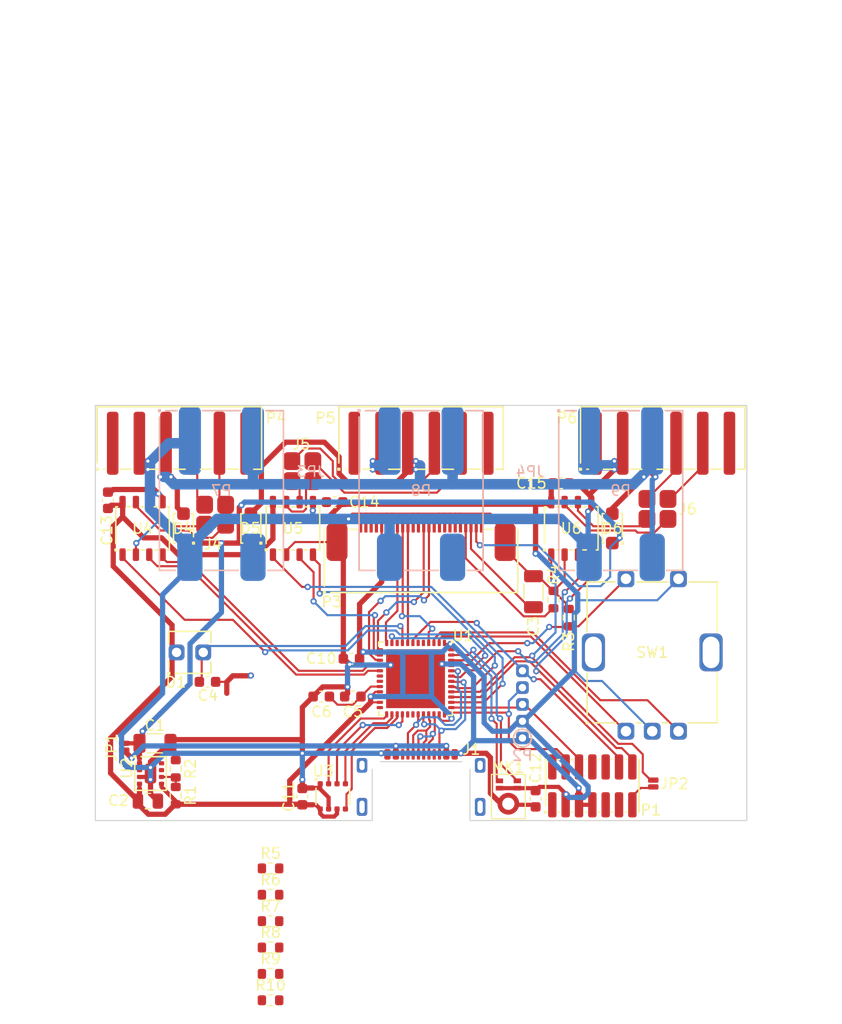
<source format=kicad_pcb>
(kicad_pcb (version 20221018) (generator pcbnew)
  (layers (0 "F.Cu" signal) (31 "B.Cu" signal) (34 "B.Paste" user) (35 "F.Paste" user) (36 "B.SilkS" user "B.Silkscreen") (37 "F.SilkS" user "F.Silkscreen") (38 "B.Mask" user) (39 "F.Mask" user) (44 "Edge.Cuts" user))
  (net 0 "")
  (net 1 "GND")
  (net 2 "+3V3")
  (net 3 "ENC_A")
  (net 4 "ENC_B")
  (net 5 "SW")
  (net 6 "USB_CC1")
  (net 7 "USB_CC2")
  (net 8 "nRST")
  (net 11 "BS")
  (net 12 "RS485_DE")
  (net 13 "Net-(U1-VREF+)")
  (net 14 "DISP_nCS")
  (net 17 "DISP_nRST")
  (net 18 "DISP_D{slash}nC")
  (net 19 "DISP_SCK")
  (net 20 "DISP_MOSI")
  (net 21 "VBUS")
  (net 22 "RS485_RX")
  (net 23 "Net-(P3-VCOMH)")
  (net 26 "SWDIO")
  (net 27 "Net-(P3-IREF)")
  (net 28 "SWCLK")
  (net 30 "USB_DM")
  (net 31 "USB_DP")
  (net 35 "RS485_TX")
  (net 38 "unconnected-(U1-PA2-Pad10)")
  (net 39 "BME_nCS")
  (net 40 "BME_SCK")
  (net 41 "BME_MISO")
  (net 42 "BME_MOSI")
  (net 43 "MIC_DATA")
  (net 44 "MIC_CLOCK")
  (net 45 "RS485_A")
  (net 46 "RS485_B")
  (net 47 "+15V")
  (net 48 "Net-(J4-Pin_a1)")
  (net 49 "RS485_2_A")
  (net 50 "Net-(J4-Pin_a2)")
  (net 51 "RS485_2_B")
  (net 52 "RS485_3_A")
  (net 53 "RS485_3_B")
  (net 54 "RS485_2_RX")
  (net 55 "RS485_2_DE")
  (net 56 "RS485_2_TX")
  (net 57 "RS485_3_RX")
  (net 58 "RS485_3_DE")
  (net 59 "RS485_3_TX")
  (net 60 "Net-(D4-A)")
  (net 61 "Net-(D5-A)")
  (net 62 "Net-(J6-Pin_a1)")
  (net 63 "Net-(J6-Pin_a2)")
  (net 65 "unconnected-(P1-Pin_2-Pad2)")
  (net 70 "Net-(U2-FB)")
  (net 73 "Net-(JP2-B)")
  (net 74 "Net-(D6-A)")
  (net 75 "Net-(J5-Pin_a2)")
  (net 76 "Net-(J5-Pin_a1)")
  (net 78 "Net-(R5-Pad2)")
  (net 79 "Net-(R7-Pad2)")
  (net 80 "Net-(R10-Pad1)")
  (footprint "Capacitor_SMD:C_0603_1608Metric" (layer "F.Cu") (at 88.7 135.725 90)
    (fp_text reference "C11")
    (fp_text value "100n")
  )
  (footprint "local:PhotoDiode" (layer "F.Cu") (at 78 122)
    (fp_text reference "D1")
    (fp_text value "D_Photo")
  )
  (footprint "Resistor_SMD:R_0603_1608Metric" (layer "F.Cu") (at 85.675 152.59)
    (fp_text reference "R9")
    (fp_text value "120k")
  )
  (footprint "Resistor_SMD:R_0603_1608Metric" (layer "F.Cu") (at 85.675 145.06)
    (fp_text reference "R6")
    (fp_text value "33k")
  )
  (footprint "Resistor_SMD:R_0603_1608Metric" (layer "F.Cu") (at 76.65 133.075 90)
    (fp_text reference "R2")
    (fp_text value "10k")
  )
  (footprint "Resistor_SMD:R_0603_1608Metric" (layer "F.Cu") (at 114.06 118.695 90)
    (fp_text reference "R3")
    (fp_text value "10k")
  )
  (footprint "Resistor_SMD:R_0603_1608Metric" (layer "F.Cu") (at 85.675 150.08)
    (fp_text reference "R8")
    (fp_text value "33k")
  )
  (footprint "Resistor_SMD:R_0603_1608Metric" (layer "F.Cu") (at 85.675 147.57)
    (fp_text reference "R7")
    (fp_text value "120k")
  )
  (footprint "local:Harting14110413002000" (layer "F.Cu") (at 100 102.1)
    (fp_text reference "P5")
    (fp_text value "har-flexicon 2,54 MSH-4")
  )
  (footprint "local:BME680" (layer "F.Cu") (at 91.6 135.7 180)
    (fp_text reference "U3")
    (fp_text value "BME680")
  )
  (footprint "Capacitor_SMD:C_0603_1608Metric" (layer "F.Cu") (at 70.2 107.525 90)
    (fp_text reference "C13")
    (fp_text value "100n")
  )
  (footprint "Capacitor_SMD:C_0603_1608Metric" (layer "F.Cu") (at 93.505 126.2 180)
    (fp_text reference "C5")
    (fp_text value "100n")
  )
  (footprint "local:Harting14110413002000" (layer "F.Cu") (at 77 102.1)
    (fp_text reference "P4")
    (fp_text value "har-flexicon 2,54 MSH-4")
  )
  (footprint "Capacitor_SMD:C_0603_1608Metric" (layer "F.Cu") (at 93.375 122.6 180)
    (fp_text reference "C10")
    (fp_text value "100n")
  )
  (footprint "local:TPS82130" (layer "F.Cu") (at 74.25 133.525 -90)
    (fp_text reference "U2")
    (fp_text value "TPS82130")
  )
  (footprint "local:Harting14110413002000" (layer "F.Cu") (at 123 102.1)
    (fp_text reference "P6")
    (fp_text value "har-flexicon 2,54 MSH-4")
  )
  (footprint "Capacitor_SMD:C_0603_1608Metric" (layer "F.Cu") (at 90.5 126.2 180)
    (fp_text reference "C6")
    (fp_text value "1u")
  )
  (footprint "Resistor_SMD:R_0603_1608Metric" (layer "F.Cu") (at 76.65 135.625 90)
    (fp_text reference "R1")
    (fp_text value "33k")
  )
  (footprint "Capacitor_SMD:C_1206_3216Metric" (layer "F.Cu") (at 74.675 130.65)
    (fp_text reference "C1")
    (fp_text value "10u/16V")
  )
  (footprint "local:Termination" (layer "F.Cu") (at 88.7 104.75)
    (fp_text reference "J5")
    (fp_text value "Term")
  )
  (footprint "Resistor_SMD:R_0603_1608Metric" (layer "F.Cu") (at 85.675 155.1)
    (fp_text reference "R10")
    (fp_text value "33k")
  )
  (footprint "local:SP3485" (layer "F.Cu") (at 87.805 110.2)
    (fp_text reference "U5")
    (fp_text value "SP3485CN")
  )
  (footprint "local:FTSH-107-01-L-DV-K" (layer "F.Cu") (at 116.3 134.7)
    (fp_text reference "P1")
    (fp_text value "ST-Link")
  )
  (footprint "Capacitor_SMD:C_1206_3216Metric" (layer "F.Cu") (at 110.7 116.225 90)
    (fp_text reference "C3")
    (fp_text value "10u/16V")
  )
  (footprint "local:PMEG6010ELR" (layer "F.Cu") (at 77.39 110.2 90)
    (fp_text reference "D4")
    (fp_text value "PMEG6010ELR")
  )
  (footprint "local:Connector-Flat-24_P0.5mm" (layer "F.Cu") (at 100 111.5)
    (fp_text reference "P3")
    (fp_text value "UG-2864ASWPG01")
  )
  (footprint "local:PMEG6010ELR" (layer "F.Cu") (at 83.8 110.2 90)
    (fp_text reference "D5")
    (fp_text value "PMEG6010ELR")
  )
  (footprint "Capacitor_SMD:C_0603_1608Metric" (layer "F.Cu") (at 91.775 107.7 180)
    (fp_text reference "C14")
    (fp_text value "100n")
  )
  (footprint "Capacitor_SMD:C_0805_2012Metric" (layer "F.Cu") (at 74 136.15)
    (fp_text reference "C2")
    (fp_text value "22u/6V3")
  )
  (footprint "Resistor_SMD:R_0603_1608Metric" (layer "F.Cu") (at 85.675 142.55)
    (fp_text reference "R5")
    (fp_text value "120k")
  )
  (footprint "local:SP3485" (layer "F.Cu") (at 73.495 110.2)
    (fp_text reference "U4")
    (fp_text value "SP3485CN")
  )
  (footprint "Capacitor_SMD:C_0603_1608Metric" (layer "F.Cu") (at 113.325 105.9)
    (fp_text reference "C15")
    (fp_text value "100n")
  )
  (footprint "local:PEC12R-4217F-S0024" (layer "F.Cu") (at 122 122)
    (fp_text reference "SW1")
    (fp_text value "RotaryEncoder_Switch")
  )
  (footprint "local:STM32G431CBU" (layer "F.Cu") (at 99.475 124.5 180)
    (fp_text reference "U1")
    (fp_text value "STM32G431CBUx")
  )
  (footprint "Capacitor_SMD:C_0603_1608Metric" (layer "F.Cu") (at 79.675 124.8)
    (fp_text reference "C4")
    (fp_text value "100n")
  )
  (footprint "local:Termination" (layer "F.Cu") (at 80.4 108.9)
    (fp_text reference "J4")
    (fp_text value "Term")
  )
  (footprint "local:PMEG6010ELR" (layer "F.Cu") (at 118.2 110.2 90)
    (fp_text reference "D6")
    (fp_text value "PMEG6010ELR")
  )
  (footprint "Resistor_SMD:R_0603_1608Metric" (layer "F.Cu") (at 112.6 116.975 90)
    (fp_text reference "R4")
    (fp_text value "900k")
  )
  (footprint "local:SP3485" (layer "F.Cu") (at 114.295 110.2)
    (fp_text reference "U6")
    (fp_text value "SP3485CN")
  )
  (footprint "local:Jumper" (layer "F.Cu") (at 71.75 130.975 90)
    (fp_text reference "JP1")
    (fp_text value "Jumper_2_Open")
  )
  (footprint "local:Jumper" (layer "F.Cu") (at 122.1 134.475 -90)
    (fp_text reference "JP2")
    (fp_text value "Jumper_2_Open")
  )
  (footprint "Sensor_Audio:Infineon_PG-LLGA-5-1" (layer "F.Cu") (at 108.307 135.72 -90)
    (fp_text reference "MK1")
    (fp_text value "IM69D120")
  )
  (footprint "Capacitor_SMD:C_0603_1608Metric" (layer "F.Cu") (at 110.9 135.925 -90)
    (fp_text reference "C12")
    (fp_text value "100n")
  )
  (footprint "MountingHole:MountingHole_2.2mm_M2" (layer "F.Cu") (at 72 122)
    (fp_text reference "REF**" hide)
    (fp_text value "MountingHole_2.2mm_M2")
  )
  (footprint "local:USB4510-03-1-A" (layer "F.Cu") (at 100 138.6)
    (fp_text reference "J1")
    (fp_text value "USB_C_Receptacle_USB2.0")
  )
  (footprint "local:Termination" (layer "F.Cu") (at 122.5 108.35)
    (fp_text reference "J6")
    (fp_text value "Term")
  )
  (footprint "local:WAGO2061-602" (layer "B.Cu") (at 119 106.6)
    (fp_text reference "P9")
    (fp_text value "WAGO2061-602" hide)
  )
  (footprint "local:Jumper" (layer "B.Cu") (at 89.475 106)
    (fp_text reference "JP3")
    (fp_text value "Jumper_2_Open")
  )
  (footprint "local:ProgPads" (layer "B.Cu") (at 109.65 126.95 90)
    (fp_text reference "P2")
    (fp_text value "ST-Link")
  )
  (footprint "local:WAGO2061-602" (layer "B.Cu") (at 81 106.6)
    (fp_text reference "P7")
    (fp_text value "WAGO2061-602")
  )
  (footprint "local:WAGO2061-602" (layer "B.Cu") (at 100 106.6)
    (fp_text reference "P8")
    (fp_text value "WAGO2061-602")
  )
  (footprint "local:Jumper" (layer "B.Cu") (at 110.375 106)
    (fp_text reference "JP4")
    (fp_text value "Jumper_2_Open")
  )
  (gr_circle (center 109.65 130.16) (end 108.8 130.16) (stroke (width 0.15)) (fill none) (layer "B.SilkS"))
  (gr_circle (center 109.65 130.16) (end 110.5 130.16) (stroke (width 0.15)) (fill none) (layer "F.SilkS"))
  (gr_poly (pts (xy 69 138) (xy 95.35 138) (xy 95.35 132.9) (xy 95.8 132.4) (xy 104.2 132.4) (xy 104.65 132.9) (xy 104.65 138) (xy 131 138) (xy 131 98.5) (xy 69 98.5)) (stroke (width 0.1)) (fill none) (layer "Edge.Cuts"))
  (segment (start 76.15 130.65) (end 76.5 130.3) (width 0.5) (layer "F.Cu") (net 1))
  (segment (start 112.6 116.15) (end 113.79 117.34) (width 0.2) (layer "F.Cu") (net 1))
  (segment (start 90.645 125.28) (end 89.725 126.2) (width 0.5) (layer "F.Cu") (net 1))
  (segment (start 116.2 107.2) (end 116.2 107.7) (width 0.5) (layer "F.Cu") (net 1))
  (segment (start 101.75 108.95) (end 99.75 108.95) (width 0.5) (layer "F.Cu") (net 1))
  (segment (start 88.7 127.225) (end 89.725 126.2) (width 0.5) (layer "F.Cu") (net 1))
  (segment (start 89.7 134.9) (end 88.75 134.9) (width 0.5) (layer "F.Cu") (net 1))
  (segment (start 94.25 108.95) (end 93.5 108.95) (width 0.5) (layer "F.Cu") (net 1))
  (segment (start 102.25 110) (end 102.25 108.95) (width 0.2) (layer "F.Cu") (net 1))
  (segment (start 74 103.8) (end 73.3 103.8) (width 0.5) (layer "F.Cu") (net 1))
  (segment (start 101.75 110) (end 101.75 108.95) (width 0.2) (layer "F.Cu") (net 1))
  (segment (start 116.1 136.4) (end 116.1 135.4) (width 0.2) (layer "F.Cu") (net 1))
  (segment (start 92.6 112.1) (end 92 111.5) (width 0.5) (layer "F.Cu") (net 1))
  (segment (start 95.25 110) (end 95.25 108.95) (width 0.2) (layer "F.Cu") (net 1))
  (segment (start 113.66 112.7) (end 113.66 115.09) (width 0.2) (layer "F.Cu") (net 1))
  (segment (start 110.7 114.75) (end 110.55 114.75) (width 0.2) (layer "F.Cu") (net 1))
  (segment (start 118.4 104.6) (end 119.2 104.6) (width 0.5) (layer "F.Cu") (net 1))
  (segment (start 74.25 132.95) (end 74.25 133.525) (width 0.5) (layer "F.Cu") (net 1))
  (segment (start 99.75 110) (end 99.75 108.95) (width 0.2) (layer "F.Cu") (net 1))
  (segment (start 110.7 114.75) (end 111.15 114.75) (width 0.2) (layer "F.Cu") (net 1))
  (segment (start 109.117 136.4) (end 109.217 136.5) (width 0.4) (layer "F.Cu") (net 1))
  (segment (start 81.51 124.8) (end 82.085 124.225) (width 0.5) (layer "F.Cu") (net 1))
  (segment (start 99.25 110) (end 99.25 108.95) (width 0.2) (layer "F.Cu") (net 1))
  (segment (start 76 130.65) (end 74.25 132.4) (width 0.5) (layer "F.Cu") (net 1))
  (segment (start 115 136.47) (end 115.03 136.5) (width 0.5) (layer "F.Cu") (net 1))
  (segment (start 111.15 114.75) (end 112.55 116.15) (width 0.2) (layer "F.Cu") (net 1))
  (segment (start 70.7 106.5) (end 74.6 106.5) (width 0.5) (layer "F.Cu") (net 1))
  (segment (start 89.71 107.7) (end 91 107.7) (width 0.5) (layer "F.Cu") (net 1))
  (segment (start 74.25 132.4) (end 74.25 132.95) (width 0.5) (layer "F.Cu") (net 1))
  (segment (start 115 134.9) (end 115 136.47) (width 0.5) (layer "F.Cu") (net 1))
  (segment (start 105.75 108.95) (end 103.75 108.95) (width 0.5) (layer "F.Cu") (net 1))
  (segment (start 107.45 109.85) (end 106.55 108.95) (width 0.5) (layer "F.Cu") (net 1))
  (segment (start 96.2 131.6) (end 96.8 131.6) (width 0.5) (layer "F.Cu") (net 1))
  (segment (start 80.45 124.8) (end 81.51 124.8) (width 0.2) (layer "F.Cu") (net 1))
  (segment (start 93.5 108.95) (end 92.5 109.95) (width 0.5) (layer "F.Cu") (net 1))
  (segment (start 99.75 108.95) (end 99.25 108.95) (width 0.5) (layer "F.Cu") (net 1))
  (segment (start 73.925 133.85) (end 74.25 133.525) (width 0.4) (layer "F.Cu") (net 1))
  (segment (start 76.15 130.65) (end 76.45 130.95) (width 0.2) (layer "F.Cu") (net 1))
  (segment (start 96 104.6) (end 96.1 104.5) (width 0.5) (layer "F.Cu") (net 1))
  (segment (start 103.8 131.6) (end 103.2 131.6) (width 0.5) (layer "F.Cu") (net 1))
  (segment (start 114.1 105.9) (end 114.9 105.9) (width 0.5) (layer "F.Cu") (net 1))
  (segment (start 74.25 133.525) (end 74.25 134.2) (width 0.5) (layer "F.Cu") (net 1))
  (segment (start 118.4 104.6) (end 116 107) (width 0.5) (layer "F.Cu") (net 1))
  (segment (start 87.17 112.33) (end 88 111.5) (width 0.2) (layer "F.Cu") (net 1))
  (segment (start 88 111.5) (end 92 111.5) (width 0.2) (layer "F.Cu") (net 1))
  (segment (start 74.25 134.2) (end 74.25 135.45) (width 0.5) (layer "F.Cu") (net 1))
  (segment (start 114.9 105.9) (end 116 107) (width 0.5) (layer "F.Cu") (net 1))
  (segment (start 74.25 135.45) (end 74.95 136.15) (width 0.5) (layer "F.Cu") (net 1))
  (segment (start 99.25 108.95) (end 97.25 108.95) (width 0.5) (layer "F.Cu") (net 1))
  (segment (start 74 104.6) (end 73.3 104.6) (width 0.5) (layer "F.Cu") (net 1))
  (segment (start 103.25 108.95) (end 102.75 108.95) (width 0.5) (layer "F.Cu") (net 1))
  (segment (start 102.75 110) (end 102.75 108.95) (width 0.2) (layer "F.Cu") (net 1))
  (segment (start 116 107) (end 116.2 107.2) (width 0.5) (layer "F.Cu") (net 1))
  (segment (start 116.3 136.6) (end 116.1 136.4) (width 0.2) (layer "F.Cu") (net 1))
  (segment (start 81.51 125.89) (end 81.51 124.8) (width 0.5) (layer "F.Cu") (net 1))
  (segment (start 94.75 110) (end 94.75 108.95) (width 0.2) (layer "F.Cu") (net 1))
  (segment (start 95.4 103.8) (end 95.9 103.8) (width 0.5) (layer "F.Cu") (net 1))
  (segment (start 93 125.93) (end 92.73 126.2) (width 0.5) (layer "F.Cu") (net 1))
  (segment (start 75.4 107.7) (end 75.4 107.3) (width 0.5) (layer "F.Cu") (net 1))
  (segment (start 97.25 108.95) (end 96.75 108.95) (width 0.5) (layer "F.Cu") (net 1))
  (segment (start 76.45 130.95) (end 76.45 132.05) (width 0.2) (layer "F.Cu") (net 1))
  (segment (start 93 125.28) (end 93 125.93) (width 0.5) (layer "F.Cu") (net 1))
  (segment (start 95.9 103.8) (end 96.2 104.1) (width 0.5) (layer "F.Cu") (net 1))
  (segment (start 82.085 124.225) (end 82.965 124.225) (width 0.5) (layer "F.Cu") (net 1))
  (segment (start 83.775 124.225) (end 83.8 124.2) (width 0.5) (layer "F.Cu") (net 1))
  (segment (start 113.79 117.34) (end 113.79 117.6) (width 0.2) (layer "F.Cu") (net 1))
  (segment (start 96.75 108.95) (end 95.25 108.95) (width 0.5) (layer "F.Cu") (net 1))
  (segment (start 112.55 116.15) (end 112.6 116.15) (width 0.2) (layer "F.Cu") (net 1))
  (segment (start 72.86 111.64) (end 72.9 111.6) (width 0.2) (layer "F.Cu") (net 1))
  (segment (start 103.8 131.6) (end 106.2 131.6) (width 0.5) (layer "F.Cu") (net 1))
  (segment (start 103.75 108.95) (end 103.25 108.95) (width 0.5) (layer "F.Cu") (net 1))
  (segment (start 103.25 110) (end 103.25 108.95) (width 0.2) (layer "F.Cu") (net 1))
  (segment (start 94.75 108.95) (end 94.25 108.95) (width 0.5) (layer "F.Cu") (net 1))
  (segment (start 93 125.28) (end 90.645 125.28) (width 0.5) (layer "F.Cu") (net 1))
  (segment (start 92.6 122.54) (end 92.6 112.1) (width 0.5) (layer "F.Cu") (net 1))
  (segment (start 113.66 115.09) (end 112.6 116.15) (width 0.2) (layer "F.Cu") (net 1))
  (segment (start 95.4 104.6) (end 96 104.6) (width 0.5) (layer "F.Cu") (net 1))
  (segment (start 106.6 135.4) (end 107.4 136.2) (width 0.5) (layer "F.Cu") (net 1))
  (segment (start 88.7 130.3) (end 88.7 127.225) (width 0.5) (layer "F.Cu") (net 1))
  (segment (start 76.5 130.3) (end 88.7 130.3) (width 0.5) (layer "F.Cu") (net 1))
  (segment (start 90.4 134.5) (end 90.4 135) (width 0.4) (layer "F.Cu") (net 1))
  (segment (start 87.17 112.7) (end 87.17 112.33) (width 0.2) (layer "F.Cu") (net 1))
  (segment (start 94.25 110) (end 94.25 108.95) (width 0.2) (layer "F.Cu") (net 1))
  (segment (start 76.45 132.05) (end 76.65 132.25) (width 0.2) (layer "F.Cu") (net 1))
  (segment (start 109.217 136.5) (end 110.7 136.5) (width 0.4) (layer "F.Cu") (net 1))
  (segment (start 106.2 131.6) (end 106.6 132) (width 0.5) (layer "F.Cu") (net 1))
  (segment (start 90.4 135) (end 90.3 134.9) (width 0.4) (layer "F.Cu") (net 1))
  (segment (start 110.7 136.5) (end 110.9 136.7) (width 0.4) (layer "F.Cu") (net 1))
  (segment (start 102.75 108.95) (end 102.25 108.95) (width 0.5) (layer "F.Cu") (net 1))
  (segment (start 73.2 133.85) (end 73.925 133.85) (width 0.4) (layer "F.Cu") (net 1))
  (segment (start 88.7 134.1) (end 88.7 134.95) (width 0.5) (layer "F.Cu") (net 1))
  (segment (start 95.25 108.95) (end 94.75 108.95) (width 0.5) (layer "F.Cu") (net 1))
  (segment (start 118.4 103.8) (end 119.2 103.8) (width 0.5) (layer "F.Cu") (net 1))
  (segment (start 90.4 135) (end 91.2 135.8) (width 0.4) (layer "F.Cu") (net 1))
  (segment (start 82.965 124.225) (end 83.775 124.225) (width 0.5) (layer "F.Cu") (net 1))
  (segment (start 103.75 110) (end 103.75 108.95) (width 0.2) (layer "F.Cu") (net 1))
  (segment (start 102.25 108.95) (end 101.75 108.95) (width 0.5) (layer "F.Cu") (net 1))
  (segment (start 116.2 108.3) (end 115.9 108.6) (width 0.5) (layer "F.Cu") (net 1))
  (segment (start 70.2 106.75) (end 70.45 106.75) (width 0.5) (layer "F.Cu") (net 1))
  (segment (start 115.03 136.5) (end 116.3 136.5) (width 0.4) (layer "F.Cu") (net 1))
  (segment (start 106.6 132) (end 106.6 135.4) (width 0.5) (layer "F.Cu") (net 1))
  (segment (start 116.2 107.7) (end 116.2 108.3) (width 0.5) (layer "F.Cu") (net 1))
  (segment (start 70.45 106.75) (end 70.7 106.5) (width 0.5) (layer "F.Cu") (net 1))
  (segment (start 88.7 131.6) (end 88.7 130.3) (width 0.5) (layer "F.Cu") (net 1))
  (segment (start 88.75 134.9) (end 88.7 134.95) (width 0.5) (layer "F.Cu") (net 1))
  (segment (start 74.6 106.5) (end 75 106.9) (width 0.5) (layer "F.Cu") (net 1))
  (segment (start 90.3 134.9) (end 89.7 134.9) (width 0.4) (layer "F.Cu") (net 1))
  (segment (start 92.5 109.95) (end 92.5 111.1) (width 0.5) (layer "F.Cu") (net 1))
  (segment (start 106.55 108.95) (end 105.75 108.95) (width 0.5) (layer "F.Cu") (net 1))
  (segment (start 93.2 123.14) (end 92.6 122.54) (width 0.5) (layer "F.Cu") (net 1))
  (segment (start 96.75 110) (end 96.75 108.95) (width 0.2) (layer "F.Cu") (net 1))
  (segment (start 110.55 114.75) (end 108.1 112.3) (width 0.2) (layer "F.Cu") (net 1))
  (segment (start 76.15 130.65) (end 76 130.65) (width 0.5) (layer "F.Cu") (net 1))
  (segment (start 72.86 112.7) (end 72.86 111.64) (width 0.2) (layer "F.Cu") (net 1))
  (segment (start 107.45 111.1) (end 107.45 109.85) (width 0.5) (layer "F.Cu") (net 1))
  (segment (start 105.75 110) (end 105.75 108.95) (width 0.2) (layer "F.Cu") (net 1))
  (segment (start 91.2 135.8) (end 91.2 136.9) (width 0.4) (layer "F.Cu") (net 1))
  (segment (start 113.79 117.6) (end 114.06 117.87) (width 0.2) (layer "F.Cu") (net 1))
  (segment (start 75.4 107.3) (end 75 106.9) (width 0.5) (layer "F.Cu") (net 1))
  (segment (start 97.25 110) (end 97.25 108.95) (width 0.2) (layer "F.Cu") (net 1))
  (via (at 93.1 109.3) (size 0.6) (drill 0.3) (layers "F.Cu" "B.Cu") (net 1))
  (via (at 118.4 104.6) (size 0.6) (drill 0.3) (layers "F.Cu" "B.Cu") (net 1))
  (via (at 74 104.6) (size 0.6) (drill 0.3) (layers "F.Cu" "B.Cu") (net 1))
  (via (at 88.7 131.6) (size 0.6) (drill 0.3) (layers "F.Cu" "B.Cu") (net 1))
  (via (at 115.9 108.6) (size 0.6) (drill 0.3) (layers "F.Cu" "B.Cu") (net 1))
  (via (at 89.7 108.5) (size 0.6) (drill 0.3) (layers "F.Cu" "B.Cu") (net 1))
  (via (at 93 125.28) (size 0.6) (drill 0.3) (layers "F.Cu" "B.Cu") (net 1))
  (via (at 115 134.9) (size 0.6) (drill 0.3) (layers "F.Cu" "B.Cu") (net 1))
  (via (at 75 106.9) (size 0.6) (drill 0.3) (layers "F.Cu" "B.Cu") (net 1))
  (via (at 118.4 103.8) (size 0.6) (drill 0.3) (layers "F.Cu" "B.Cu") (net 1))
  (via (at 88.7 134.1) (size 0.6) (drill 0.3) (layers "F.Cu" "B.Cu") (net 1))
  (via (at 93.2 123.14) (size 0.6) (drill 0.3) (layers "F.Cu" "B.Cu") (net 1))
  (via (at 83.8 124.2) (size 0.6) (drill 0.3) (layers "F.Cu" "B.Cu") (net 1))
  (via (at 95.4 104.6) (size 0.6) (drill 0.3) (layers "F.Cu" "B.Cu") (net 1))
  (via (at 72.9 111.6) (size 0.6) (drill 0.3) (layers "F.Cu" "B.Cu") (net 1))
  (via (at 97.1 123.2) (size 0.6) (drill 0.3) (layers "F.Cu" "B.Cu") (net 1))
  (via (at 101.98 123.1) (size 0.6) (drill 0.3) (layers "F.Cu" "B.Cu") (net 1))
  (via (at 74.25 134.1) (size 0.6) (drill 0.3) (layers "F.Cu" "B.Cu") (net 1))
  (via (at 95.4 103.8) (size 0.6) (drill 0.3) (layers "F.Cu" "B.Cu") (net 1))
  (via (at 96.2 131.6) (size 0.6) (drill 0.3) (layers "F.Cu" "B.Cu") (net 1))
  (via (at 74 103.8) (size 0.6) (drill 0.3) (layers "F.Cu" "B.Cu") (net 1))
  (via (at 103.8 131.6) (size 0.6) (drill 0.3) (layers "F.Cu" "B.Cu") (net 1))
  (via (at 74.25 132.95) (size 0.6) (drill 0.3) (layers "F.Cu" "B.Cu") (net 1))
  (segment (start 97 104.1) (end 96.9 104.2) (width 1) (layer "B.Cu") (net 1))
  (segment (start 103.8 131.6) (end 105 130.4) (width 0.5) (layer "B.Cu") (net 1))
  (segment (start 89.7 108.5) (end 89.7 109.3) (width 0.5) (layer "B.Cu") (net 1))
  (segment (start 116 103.5) (end 116.7 104.2) (width 1) (layer "B.Cu") (net 1))
  (segment (start 71.5 132.4) (end 71.5 130) (width 0.5) (layer "B.Cu") (net 1))
  (segment (start 80.6 109.3) (end 89.7 109.3) (width 1) (layer "B.Cu") (net 1))
  (segment (start 116 101.85) (end 116 103.5) (width 1) (layer "B.Cu") (net 1))
  (segment (start 75.2 109.3) (end 74.2 108.3) (width 1) (layer "B.Cu") (net 1))
  (segment (start 101.98 123.1) (end 103.8 123.1) (width 0.5) (layer "B.Cu") (net 1))
  (segment (start 74.2 103.9) (end 76 102.1) (width 1) (layer "B.Cu") (net 1))
  (segment (start 74.25 132.95) (end 74.25 134.1) (width 0.5) (layer "B.Cu") (net 1))
  (segment (start 103.8 131.6) (end 96.2 131.6) (width 0.5) (layer "B.Cu") (net 1))
  (segment (start 74.2 106.9) (end 74.2 103.9) (width 1) (layer "B.Cu") (net 1))
  (segment (start 115 134.9) (end 110.5 130.4) (width 0.5) (layer "B.Cu") (net 1))
  (segment (start 75.4 116.5) (end 78 113.9) (width 0.5) (layer "B.Cu") (net 1))
  (segment (start 96.9 104.2) (end 95.6 104.2) (width 1) (layer "B.Cu") (net 1))
  (segment (start 78 112.95) (end 78 111.9) (width 1) (layer "B.Cu") (net 1))
  (segment (start 75.4 125.9) (end 75.4 116.5) (width 0.5) (layer "B.Cu") (net 1))
  (segment (start 115.9 108.6) (end 115.9 112.85) (width 0.5) (layer "B.Cu") (net 1))
  (segment (start 76 102.1) (end 77.75 102.1) (width 1) (layer "B.Cu") (net 1))
  (segment (start 109.9 130.4) (end 109.65 130.15) (width 0.5) (layer "B.Cu") (net 1))
  (segment (start 105 130.4) (end 109.3 130.4) (width 0.5) (layer "B.Cu") (net 1))
  (segment (start 77.2 111.3) (end 75.2 109.3) (width 1) (layer "B.Cu") (net 1))
  (segment (start 93.26 123.2) (end 93.2 123.14) (width 0.5) (layer "B.Cu") (net 1))
  (segment (start 77.75 102.1) (end 78 101.85) (width 1) (layer "B.Cu") (net 1))
  (segment (start 89.7 109.3) (end 97 109.3) (width 1) (layer "B.Cu") (net 1))
  (segment (start 78 113.9) (end 78 112.95) (width 0.5) (layer "B.Cu") (net 1))
  (segment (start 72.05 132.95) (end 71.5 132.4) (width 0.5) (layer "B.Cu") (net 1))
  (segment (start 72.9 111.6) (end 75.2 109.3) (width 0.2) (layer "B.Cu") (net 1))
  (segment (start 74.25 132.95) (end 72.05 132.95) (width 0.5) (layer "B.Cu") (net 1))
  (segment (start 78 111.9) (end 80.6 109.3) (width 1) (layer "B.Cu") (net 1))
  (segment (start 74.2 108.3) (end 74.2 106.9) (width 1) (layer "B.Cu") (net 1))
  (segment (start 113.3 109.3) (end 115.7 111.7) (width 1) (layer "B.Cu") (net 1))
  (segment (start 96.2 131.6) (end 88.7 131.6) (width 0.5) (layer "B.Cu") (net 1))
  (segment (start 88.7 131.6) (end 75.6 131.6) (width 0.5) (layer "B.Cu") (net 1))
  (segment (start 88.7 131.6) (end 88.7 134.1) (width 0.5) (layer "B.Cu") (net 1))
  (segment (start 110.5 130.4) (end 109.9 130.4) (width 0.5) (layer "B.Cu") (net 1))
  (segment (start 105 124.3) (end 105 130.4) (width 0.5) (layer "B.Cu") (net 1))
  (segment (start 93 123.34) (end 93 125.28) (width 0.5) (layer "B.Cu") (net 1))
  (segment (start 71.5 130) (end 71.4 129.9) (width 0.5) (layer "B.Cu") (net 1))
  (segment (start 71.4 129.9) (end 75.4 125.9) (width 0.5) (layer "B.Cu") (net 1))
  (segment (start 97.1 123.2) (end 93.26 123.2) (width 0.5) (layer "B.Cu") (net 1))
  (segment (start 103.8 123.1) (end 105 124.3) (width 0.5) (layer "B.Cu") (net 1))
  (segment (start 97 112.95) (end 97 109.3) (width 1) (layer "B.Cu") (net 1))
  (segment (start 97 109.3) (end 113.3 109.3) (width 1) (layer "B.Cu") (net 1))
  (segment (start 75.6 131.6) (end 74.25 132.95) (width 0.5) (layer "B.Cu") (net 1))
  (segment (start 116.7 104.2) (end 118.2 104.2) (width 1) (layer "B.Cu") (net 1))
  (segment (start 75 106.9) (end 74.2 106.9) (width 0.5) (layer "B.Cu") (net 1))
  (segment (start 93.2 123.14) (end 93 123.34) (width 0.5) (layer "B.Cu") (net 1))
  (segment (start 115.9 112.85) (end 116 112.95) (width 0.5) (layer "B.Cu") (net 1))
  (segment (start 77.5 111.3) (end 77.2 111.3) (width 1) (layer "B.Cu") (net 1))
  (segment (start 113.76 135.46) (end 113.76 136.5) (width 0.4) (layer "F.Cu") (net 2))
  (segment (start 71.6 109.1) (end 71.6 107.71) (width 0.5) (layer "F.Cu") (net 2))
  (segment (start 76.65 136.15) (end 76.65 136.45) (width 0.4) (layer "F.Cu") (net 2))
  (segment (start 75.3 134.5) (end 75.3 134.8) (width 0.4) (layer "F.Cu") (net 2))
  (segment (start 94.88 127.08) (end 94.41 127.55) (width 0.5) (layer "F.Cu") (net 2))
  (segment (start 87.5 134.2) (end 87.5 136.45) (width 0.5) (layer "F.Cu") (net 2))
  (segment (start 107.457 134.92) (end 109.157 134.92) (width 0.4) (layer "F.Cu") (net 2))
  (segment (start 70.5 108) (end 70.2 108.3) (width 0.5) (layer "F.Cu") (net 2))
  (segment (start 70.45 133.49) (end 70.45 130.15) (width 0.5) (layer "F.Cu") (net 2))
  (segment (start 102 128.51) (end 101.75 128.26) (width 0.2) (layer "F.Cu") (net 2))
  (segment (start 73.2 135) (end 73.2 136) (width 0.5) (layer "F.Cu") (net 2))
  (segment (start 73.05 136.15) (end 73.05 136.4) (width 0.4) (layer "F.Cu") (net 2))
  (segment (start 75.3 134.8) (end 76.65 136.15) (width 0.4) (layer "F.Cu") (net 2))
  (segment (start 76.6 136.45) (end 87.5 136.45) (width 0.5) (layer "F.Cu") (net 2))
  (segment (start 72.72 135.76) (end 70.45 133.49) (width 0.5) (layer "F.Cu") (net 2))
  (segment (start 95.2 126.2) (end 95.65 125.75) (width 0.2) (layer "F.Cu") (net 2))
  (segment (start 76.6 136.45) (end 76.65 136.45) (width 0.4) (layer "F.Cu") (net 2))
  (segment (start 110.9 135.15) (end 111.25 134.8) (width 0.4) (layer "F.Cu") (net 2))
  (segment (start 74.05 137.4) (end 75.65 137.4) (width 0.5) (layer "F.Cu") (net 2))
  (segment (start 96.25 111.1) (end 96.25 115.3) (width 0.5) (layer "F.Cu") (net 2))
  (segment (start 76.3 124.3) (end 76.3 122.43) (width 0.5) (layer "F.Cu") (net 2))
  (segment (start 95.21 126.75) (end 96.1 126.75) (width 0.2) (layer "F.Cu") (net 2))
  (segment (start 73.15 135.76) (end 72.72 135.76) (width 0.5) (layer "F.Cu") (net 2))
  (segment (start 90.4 137.33) (end 90.4 136.9) (width 0.4) (layer "F.Cu") (net 2))
  (segment (start 87.5 136.45) (end 88.65 136.45) (width 0.5) (layer "F.Cu") (net 2))
  (segment (start 102.8 121.7) (end 102.85 121.75) (width 0.2) (layer "F.Cu") (net 2))
  (segment (start 102.85 121.71) (end 102.85 121.75) (width 0.2) (layer "F.Cu") (net 2))
  (segment (start 90.69 137.62) (end 90.4 137.33) (width 0.4) (layer "F.Cu") (net 2))
  (segment (start 113.1 134.8) (end 113.76 135.46) (width 0.4) (layer "F.Cu") (net 2))
  (segment (start 102.8 121.2) (end 102.3 121.2) (width 0.2) (layer "F.Cu") (net 2))
  (segment (start 102.8 121.2) (end 102.8 121.7) (width 0.2) (layer "F.Cu") (net 2))
  (segment (start 70.7 113.8) (end 70.7 110) (width 0.5) (layer "F.Cu") (net 2))
  (segment (start 96.25 111.1) (end 96.25 110) (width 0.2) (layer "F.Cu") (net 2))
  (segment (start 73.05 136.4) (end 74.05 137.4) (width 0.5) (layer "F.Cu") (net 2))
  (segment (start 71.6 109.1) (end 73.6 111.1) (width 0.5) (layer "F.Cu") (net 2))
  (segment (start 112.39 107.9) (end 110.9 107.9) (width 0.5) (layer "F.Cu") (net 2))
  (segment (start 92.41 107.9) (end 91.01 109.3) (width 0.5) (layer "F.Cu") (net 2))
  (segment (start 94.15 121.95) (end 94.15 122.7) (width 0.5) (layer "F.Cu") (net 2))
  (segment (start 112.39 106.035) (end 112.625 105.8) (width 0.5) (layer "F.Cu") (net 2))
  (segment (start 85.9 109.6) (end 85.9 107.7) (width 0.5) (layer "F.Cu") (net 2))
  (segment (start 90.4 136.9) (end 90 136.5) (width 0.4) (layer "F.Cu") (net 2))
  (segment (start 101.75 128.26) (end 101.75 128.01) (width 0.2) (layer "F.Cu") (net 2))
  (segment (start 94.88 127.08) (end 95.21 126.75) (width 0.2) (layer "F.Cu") (net 2))
  (segment (start 76.3 121.57) (end 76.3 119.4) (width 0.5) (layer "F.Cu") (net 2))
  (segment (start 76.3 122.43) (end 76.73 122) (width 0.5) (layer "F.Cu") (net 2))
  (segment (start 102.69 128.51) (end 102 128.51) (width 0.2) (layer "F.Cu") (net 2))
  (segment (start 70.45 130.15) (end 76.3 124.3) (width 0.5) (layer "F.Cu") (net 2))
  (segment (start 76.73 122) (end 76.3 121.57) (width 0.5) (layer "F.Cu") (net 2))
  (segment (start 76.3 119.4) (end 70.7 113.8) (width 0.5) (layer "F.Cu") (net 2))
  (segment (start 111.25 134.8) (end 113.1 134.8) (width 0.4) (layer "F.Cu") (net 2))
  (segment (start 70.7 110) (end 71.6 109.1) (width 0.5) (layer "F.Cu") (net 2))
  (segment (start 92 137.35) (end 91.73 137.62) (width 0.4) (layer "F.Cu") (net 2))
  (segment (start 111.1 135.1) (end 110.92 134.92) (width 0.4) (layer "F.Cu") (net 2))
  (segment (start 88.7 136.5) (end 89.7 136.5) (width 0.5) (layer "F.Cu") (net 2))
  (segment (start 94.49 121.95) (end 94.15 121.95) (width 0.5) (layer "F.Cu") (net 2))
  (segment (start 96.25 115.3) (end 94.15 117.4) (width 0.5) (layer "F.Cu") (net 2))
  (segment (start 86.2 109.3) (end 85.9 109.6) (width 0.5) (layer "F.Cu") (net 2))
  (segment (start 75.65 137.4) (end 76.6 136.45) (width 0.5) (layer "F.Cu") (net 2))
  (segment (start 90 136.5) (end 89.7 136.5) (width 0.4) (layer "F.Cu") (net 2))
  (segment (start 94.41 127.55) (end 94.15 127.55) (width 0.5) (layer "F.Cu") (net 2))
  (segment (start 75.3 111.1) (end 76.9 112.7) (width 0.5) (layer "F.Cu") (net 2))
  (segment (start 94.15 127.55) (end 87.5 134.2) (width 0.5) (layer "F.Cu") (net 2))
  (segment (start 90.39 136.91) (end 90.4 136.9) (width 0.4) (layer "F.Cu") (net 2))
  (segment (start 102.3 121.2) (end 102.225 121.125) (width 0.2) (layer "F.Cu") (net 2))
  (segment (start 84.4 112.7) (end 85.9 111.2) (width 0.5) (layer "F.Cu") (net 2))
  (segment (start 110.9 107.9) (end 92.41 107.9) (width 0.5) (layer "F.Cu") (net 2))
  (segment (start 91.73 137.62) (end 90.69 137.62) (width 0.4) (layer "F.Cu") (net 2))
  (segment (start 110.92 134.92) (end 109.157 134.92) (width 0.4) (layer "F.Cu") (net 2))
  (segment (start 71.6 107.71) (end 71.59 107.7) (width 0.5) (layer "F.Cu") (net 2))
  (segment (start 94.15 117.4) (end 94.15 121.95) (width 0.5) (layer "F.Cu") (net 2))
  (segment (start 102.9 128.3) (end 102.69 128.51) (width 0.2) (layer "F.Cu") (net 2))
  (segment (start 73.2 136) (end 73.05 136.15) (width 0.5) (layer "F.Cu") (net 2))
  (segment (start 112.39 107.7) (end 112.39 106.035) (width 0.5) (layer "F.Cu") (net 2))
  (segment (start 92 136.9) (end 92 137.35) (width 0.4) (layer "F.Cu") (net 2))
  (segment (start 85.9 111.2) (end 85.9 109.6) (width 0.5) (layer "F.Cu") (net 2))
  (segment (start 94.88 127.08) (end 95.2 126.76) (width 0.5) (layer "F.Cu") (net 2))
  (segment (start 95.65 125.75) (end 96.1 125.75) (width 0.2) (layer "F.Cu") (net 2))
  (segment (start 91.01 109.3) (end 86.2 109.3) (width 0.5) (layer "F.Cu") (net 2))
  (segment (start 76.9 112.7) (end 84.4 112.7) (width 0.5) (layer "F.Cu") (net 2))
  (segment (start 73.2 134.5) (end 73.2 135) (width 0.4) (layer "F.Cu") (net 2))
  (segment (start 95.2 126.76) (end 95.2 126.2) (width 0.5) (layer "F.Cu") (net 2))
  (segment (start 110.9 112.6) (end 110.9 107.9) (width 0.5) (layer "F.Cu") (net 2))
  (segment (start 88.65 136.45) (end 88.7 136.5) (width 0.4) (layer "F.Cu") (net 2))
  (segment (start 71.29 108) (end 70.5 108) (width 0.5) (layer "F.Cu") (net 2))
  (segment (start 73.6 111.1) (end 75.3 111.1) (width 0.5) (layer "F.Cu") (net 2))
  (via (at 113.8 135.5) (size 0.6) (drill 0.3) (layers "F.Cu" "B.Cu") (net 2))
  (via (at 94.49 121.95) (size 0.6) (drill 0.3) (layers "F.Cu" "B.Cu") (net 2))
  (via (at 102.8 121.2) (size 0.6) (drill 0.3) (layers "F.Cu" "B.Cu") (net 2))
  (via (at 102.9 128.3) (size 0.6) (drill 0.3) (layers "F.Cu" "B.Cu") (net 2))
  (via (at 95.2 126.2) (size 0.6) (drill 0.3) (layers "F.Cu" "B.Cu") (net 2))
  (via (at 110.9 112.6) (size 0.6) (drill 0.3) (layers "F.Cu" "B.Cu") (net 2))
  (segment (start 102.9 128.11) (end 102.9 128.3) (width 0.5) (layer "B.Cu") (net 2))
  (segment (start 115.61 124.72) (end 117.22 124.72) (width 0.2) (layer "B.Cu") (net 2))
  (segment (start 115.9 135.4) (end 115.9 134.75) (width 0.5) (layer "B.Cu") (net 2))
  (segment (start 106 124.3) (end 102.9 121.2) (width 0.5) (layer "B.Cu") (net 2))
  (segment (start 114.91 118.03) (end 114.59 118.35) (width 0.5) (layer "B.Cu") (net 2))
  (segment (start 100.99 126.2) (end 100.99 121.98) (width 0.5) (layer "B.Cu") (net 2))
  (segment (start 109.65 128.55) (end 109.74 128.55) (width 0.5) (layer "B.Cu") (net 2))
  (segment (start 102.8 121.2) (end 102.03 121.97) (width 0.5) (layer "B.Cu") (net 2))
  (segment (start 122.47 117.04) (end 114.91 117.04) (width 0.2) (layer "B.Cu") (net 2))
  (segment (start 124.5 115.01) (end 122.47 117.04) (width 0.2) (layer "B.Cu") (net 2))
  (segment (start 106 128.7) (end 106 124.3) (width 0.5) (layer "B.Cu") (net 2))
  (segment (start 98 121.97) (end 98.26 122.23) (width 0.5) (layer "B.Cu") (net 2))
  (segment (start 98.26 122.23) (end 98.26 125.94) (width 0.5) (layer "B.Cu") (net 2))
  (segment (start 100.99 126.2) (end 102.9 128.11) (width 0.5) (layer "B.Cu") (net 2))
  (segment (start 115.9 134.75) (end 109.7 128.55) (width 0.5) (layer "B.Cu") (net 2))
  (segment (start 108.35 129.5) (end 106.8 129.5) (width 0.5) (layer "B.Cu") (net 2))
  (segment (start 109.7 128.55) (end 109.65 128.55) (width 0.5) (layer "B.Cu") (net 2))
  (segment (start 113.8 135.5) (end 114.1 135.8) (width 0.5) (layer "B.Cu") (net 2))
  (segment (start 109.65 128.55) (end 109.99 128.21) (width 0.5) (layer "B.Cu") (net 2))
  (segment (start 95.2 126.2) (end 98 126.2) (width 0.5) (layer "B.Cu") (net 2))
  (segment (start 98.26 125.94) (end 98 126.2) (width 0.5) (layer "B.Cu") (net 2))
  (segment (start 114.1 135.8) (end 115.5 135.8) (width 0.5) (layer "B.Cu") (net 2))
  (segment (start 101 121.97) (end 98 121.97) (width 0.5) (layer "B.Cu") (net 2))
  (segment (start 109.74 128.55) (end 114.59 123.7) (width 0.5) (layer "B.Cu") (net 2))
  (segment (start 111.09 112.6) (end 114.91 116.42) (width 0.5) (layer "B.Cu") (net 2))
  (segment (start 94.51 121.97) (end 98 121.97) (width 0.5) (layer "B.Cu") (net 2))
  (segment (start 114.91 116.42) (end 114.91 117.04) (width 0.5) (layer "B.Cu") (net 2))
  (segment (start 106.8 129.5) (end 106 128.7) (width 0.5) (layer "B.Cu") (net 2))
  (segment (start 117.22 124.72) (end 122 129.5) (width 0.2) (layer "B.Cu") (net 2))
  (segment (start 94.49 121.95) (end 94.51 121.97) (width 0.5) (layer "B.Cu") (net 2))
  (segment (start 110.9 112.6) (end 111.09 112.6) (width 0.5) (layer "B.Cu") (net 2))
  (segment (start 114.91 117.04) (end 114.91 118.03) (width 0.5) (layer "B.Cu") (net 2))
  (segment (start 114.59 118.35) (end 114.59 123.7) (width 0.5) (layer "B.Cu") (net 2))
  (segment (start 109.65 128.2) (end 108.35 129.5) (width 0.5) (layer "B.Cu") (net 2))
  (segment (start 114.59 123.7) (end 115.61 124.72) (width 0.2) (layer "B.Cu") (net 2))
  (segment (start 124.5 115) (end 124.5 115.01) (width 0.2) (layer "B.Cu") (net 2))
  (segment (start 102.9 121.2) (end 102.8 121.2) (width 0.5) (layer "B.Cu") (net 2))
  (segment (start 100.99 121.98) (end 101 121.97) (width 0.5) (layer "B.Cu") (net 2))
  (segment (start 115.5 135.8) (end 115.9 135.4) (width 0.5) (layer "B.Cu") (net 2))
  (segment (start 102.03 121.97) (end 101 121.97) (width 0.5) (layer "B.Cu") (net 2))
  (segment (start 98 126.2) (end 100.99 126.2) (width 0.5) (layer "B.Cu") (net 2))
  (segment (start 119.45 129.5) (end 110.44 120.49) (width 0.2) (layer "F.Cu") (net 3))
  (segment (start 102 120.49) (end 101.725 120.765) (width 0.2) (layer "F.Cu") (net 3))
  (segment (start 119.5 129.5) (end 119.45 129.5) (width 0.2) (layer "F.Cu") (net 3))
  (segment (start 110.44 120.49) (end 102 120.49) (width 0.2) (layer "F.Cu") (net 3))
  (segment (start 101.725 120.765) (end 101.725 121.125) (width 0.2) (layer "F.Cu") (net 3))
  (segment (start 110.61 120.1) (end 101.86 120.1) (width 0.2) (layer "F.Cu") (net 4))
  (segment (start 121.55 126.55) (end 117.06 126.55) (width 0.2) (layer "F.Cu") (net 4))
  (segment (start 124.5 129.5) (end 121.55 126.55) (width 0.2) (layer "F.Cu") (net 4))
  (segment (start 101.86 120.1) (end 101.225 120.735) (width 0.2) (layer "F.Cu") (net 4))
  (segment (start 101.225 120.735) (end 101.225 121.125) (width 0.2) (layer "F.Cu") (net 4))
  (segment (start 117.06 126.55) (end 110.61 120.1) (width 0.2) (layer "F.Cu") (net 4))
  (segment (start 114 119.58) (end 114.06 119.52) (width 0.2) (layer "F.Cu") (net 5))
  (segment (start 112.2 119.58) (end 114 119.58) (width 0.2) (layer "F.Cu") (net 5))
  (segment (start 102.875 122.75) (end 104.84 122.75) (width 0.2) (layer "F.Cu") (net 5))
  (segment (start 105.89 121.7) (end 106.47 121.12) (width 0.2) (layer "F.Cu") (net 5))
  (segment (start 106.47 121.12) (end 110.11 121.12) (width 0.2) (layer "F.Cu") (net 5))
  (segment (start 104.84 122.75) (end 105.89 121.7) (width 0.2) (layer "F.Cu") (net 5))
  (segment (start 114.98 119.52) (end 119.5 115) (width 0.2) (layer "F.Cu") (net 5))
  (segment (start 114.06 119.52) (end 114.98 119.52) (width 0.2) (layer "F.Cu") (net 5))
  (via (at 112.2 119.58) (size 0.6) (drill 0.3) (layers "F.Cu" "B.Cu") (net 5))
  (via (at 110.11 121.12) (size 0.6) (drill 0.3) (layers "F.Cu" "B.Cu") (net 5))
  (segment (start 110.11 121.12) (end 110.66 121.12) (width 0.2) (layer "B.Cu") (net 5))
  (segment (start 110.66 121.12) (end 112.2 119.58) (width 0.2) (layer "B.Cu") (net 5))
  (segment (start 103.29 123.8) (end 103.24 123.75) (width 0.2) (layer "F.Cu") (net 6))
  (segment (start 98.75 129.67) (end 98.75 131.7) (width 0.2) (layer "F.Cu") (net 6))
  (segment (start 99.53 128.75) (end 99.725 128.555) (width 0.2) (layer "F.Cu") (net 6))
  (segment (start 99.725 128.555) (end 99.725 127.875) (width 0.2) (layer "F.Cu") (net 6))
  (segment (start 99.53 128.89) (end 99.53 128.75) (width 0.2) (layer "F.Cu") (net 6))
  (segment (start 103.24 123.75) (end 102.85 123.75) (width 0.2) (layer "F.Cu") (net 6))
  (segment (start 103.5 123.8) (end 103.29 123.8) (width 0.2) (layer "F.Cu") (net 6))
  (segment (start 99.53 128.89) (end 98.75 129.67) (width 0.2) (layer "F.Cu") (net 6))
  (via (at 103.5 123.8) (size 0.6) (drill 0.3) (layers "F.Cu" "B.Cu") (net 6))
  (via (at 99.53 128.89) (size 0.6) (drill 0.3) (layers "F.Cu" "B.Cu") (net 6))
  (segment (start 103.1 128.9) (end 102.29 128.9) (width 0.2) (layer "B.Cu") (net 6))
  (segment (start 102.29 128.9) (end 101.56 128.17) (width 0.2) (layer "B.Cu") (net 6))
  (segment (start 103.8 125.8) (end 103.8 128.2) (width 0.2) (layer "B.Cu") (net 6))
  (segment (start 103.8 128.2) (end 103.1 128.9) (width 0.2) (layer "B.Cu") (net 6))
  (segment (start 99.53 128.8) (end 99.53 128.89) (width 0.2) (layer "B.Cu") (net 6))
  (segment (start 100.16 128.17) (end 99.53 128.8) (width 0.2) (layer "B.Cu") (net 6))
  (segment (start 103.5 123.8) (end 103.5 125.5) (width 0.2) (layer "B.Cu") (net 6))
  (segment (start 103.5 125.5) (end 103.8 125.8) (width 0.2) (layer "B.Cu") (net 6))
  (segment (start 101.56 128.17) (end 100.16 128.17) (width 0.2) (layer "B.Cu") (net 6))
  (segment (start 100.225 128.765) (end 100.225 127.875) (width 0.2) (layer "F.Cu") (net 7))
  (segment (start 104 124.8) (end 102.9 124.8) (width 0.2) (layer "F.Cu") (net 7))
  (segment (start 104.05 124.85) (end 104 124.8) (width 0.2) (layer "F.Cu") (net 7))
  (segment (start 101.94 129.45) (end 101.75 129.64) (width 0.2) (layer "F.Cu") (net 7))
  (segment (start 102.9 124.8) (end 102.85 124.75) (width 0.2) (layer "F.Cu") (net 7))
  (segment (start 100.3 128.84) (end 100.225 128.765) (width 0.2) (layer "F.Cu") (net 7))
  (segment (start 101.75 129.64) (end 101.75 131.7) (width 0.2) (layer "F.Cu") (net 7))
  (via (at 100.3 128.84) (size 0.6) (drill 0.3) (layers "F.Cu" "B.Cu") (net 7))
  (via (at 104.05 124.85) (size 0.6) (drill 0.3) (layers "F.Cu" "B.Cu") (net 7))
  (via (at 101.94 129.45) (size 0.6) (drill 0.3) (layers "F.Cu" "B.Cu") (net 7))
  (segment (start 104.2 125) (end 104.2 128.4) (width 0.2) (layer "B.Cu") (net 7))
  (segment (start 100.3 128.84) (end 101.33 128.84) (width 0.2) (layer "B.Cu") (net 7))
  (segment (start 102.09 129.3) (end 101.94 129.45) (width 0.2) (layer "B.Cu") (net 7))
  (segment (start 101.33 128.84) (end 101.94 129.45) (width 0.2) (layer "B.Cu") (net 7))
  (segment (start 104.05 124.85) (end 104.2 125) (width 0.2) (layer "B.Cu") (net 7))
  (segment (start 104.2 128.4) (end 103.3 129.3) (width 0.2) (layer "B.Cu") (net 7))
  (segment (start 103.3 129.3) (end 102.09 129.3) (width 0.2) (layer "B.Cu") (net 7))
  (segment (start 111.35 124.55) (end 118.84 132.04) (width 0.2) (layer "F.Cu") (net 8))
  (segment (start 99.25 120.74) (end 99.25 121.26) (width 0.2) (layer "F.Cu") (net 8))
  (segment (start 110.72 124.55) (end 111.35 124.55) (width 0.2) (layer "F.Cu") (net 8))
  (segment (start 100.89 119.1) (end 99.25 120.74) (width 0.2) (layer "F.Cu") (net 8))
  (segment (start 118.84 132.04) (end 118.84 132.9) (width 0.2) (layer "F.Cu") (net 8))
  (segment (start 105.2 119.1) (end 100.89 119.1) (width 0.2) (layer "F.Cu") (net 8))
  (segment (start 105.3 119.2) (end 105.2 119.1) (width 0.2) (layer "F.Cu") (net 8))
  (via (at 105.3 119.2) (size 0.6) (drill 0.3) (layers "F.Cu" "B.Cu") (net 8))
  (via (at 110.72 124.55) (size 0.6) (drill 0.3) (layers "F.Cu" "B.Cu") (net 8))
  (segment (start 105.3 119.32) (end 110.53 124.55) (width 0.2) (layer "B.Cu") (net 8))
  (segment (start 105.3 119.2) (end 105.3 119.32) (width 0.2) (layer "B.Cu") (net 8))
  (segment (start 110.53 124.55) (end 110.72 124.55) (width 0.2) (layer "B.Cu") (net 8))
  (segment (start 78.9 124.8) (end 79.12 124.58) (width 0.2) (layer "F.Cu") (net 11))
  (segment (start 79.12 122.15) (end 79.27 122) (width 0.2) (layer "F.Cu") (net 11))
  (segment (start 98.225 119.695) (end 98.225 121.125) (width 0.2) (layer "F.Cu") (net 11))
  (segment (start 98.03 119.5) (end 98.225 119.695) (width 0.2) (layer "F.Cu") (net 11))
  (segment (start 79.12 124.58) (end 79.12 122.15) (width 0.2) (layer "F.Cu") (net 11))
  (via (at 98.03 119.5) (size 0.6) (drill 0.3) (layers "F.Cu" "B.Cu") (net 11))
  (segment (start 92.815 121.39) (end 79.88 121.39) (width 0.2) (layer "B.Cu") (net 11))
  (segment (start 79.88 121.39) (end 79.27 122) (width 0.2) (layer "B.Cu") (net 11))
  (segment (start 98.03 119.5) (end 94.705 119.5) (width 0.2) (layer "B.Cu") (net 11))
  (segment (start 94.705 119.5) (end 92.815 121.39) (width 0.2) (layer "B.Cu") (net 11))
  (segment (start 88.11 124.11) (end 94.59 124.11) (width 0.2) (layer "F.Cu") (net 12))
  (segment (start 94.59 124.11) (end 94.95 123.75) (width 0.2) (layer "F.Cu") (net 12))
  (segment (start 74.9 113.8) (end 77.8 113.8) (width 0.2) (layer "F.Cu") (net 12))
  (segment (start 74.13 113.03) (end 74.9 113.8) (width 0.2) (layer "F.Cu") (net 12))
  (segment (start 94.95 123.75) (end 96.1 123.75) (width 0.2) (layer "F.Cu") (net 12))
  (segment (start 74.13 112.7) (end 74.13 113.03) (width 0.2) (layer "F.Cu") (net 12))
  (segment (start 77.8 113.8) (end 88.11 124.11) (width 0.2) (layer "F.Cu") (net 12))
  (segment (start 95.23 125.25) (end 96.1 125.25) (width 0.2) (layer "F.Cu") (net 13))
  (segment (start 94.28 126.2) (end 93.5 126.98) (width 0.2) (layer "F.Cu") (net 13))
  (segment (start 92.055 126.98) (end 91.275 126.2) (width 0.2) (layer "F.Cu") (net 13))
  (segment (start 94.28 126.2) (end 95.23 125.25) (width 0.2) (layer "F.Cu") (net 13))
  (segment (start 93.5 126.98) (end 92.055 126.98) (width 0.2) (layer "F.Cu") (net 13))
  (segment (start 96.66 120.86) (end 96.66 119.14) (width 0.2) (layer "F.Cu") (net 14))
  (segment (start 96.66 119.14) (end 97.75 118.05) (width 0.2) (layer "F.Cu") (net 14))
  (segment (start 96.725 121.125) (end 96.725 120.925) (width 0.2) (layer "F.Cu") (net 14))
  (segment (start 97.75 118.05) (end 97.75 110) (width 0.2) (layer "F.Cu") (net 14))
  (segment (start 96.725 120.925) (end 96.66 120.86) (width 0.2) (layer "F.Cu") (net 14))
  (segment (start 98.18 118.55) (end 98.25 118.48) (width 0.2) (layer "F.Cu") (net 17))
  (segment (start 98.25 118.48) (end 98.25 110) (width 0.2) (layer "F.Cu") (net 17))
  (segment (start 100.725 120.085) (end 101.07 119.74) (width 0.2) (layer "F.Cu") (net 17))
  (segment (start 100.725 121.1) (end 100.725 120.085) (width 0.2) (layer "F.Cu") (net 17))
  (via (at 101.07 119.74) (size 0.6) (drill 0.3) (layers "F.Cu" "B.Cu") (net 17))
  (via (at 98.18 118.55) (size 0.6) (drill 0.3) (layers "F.Cu" "B.Cu") (net 17))
  (segment (start 101.07 119.74) (end 99.88 118.55) (width 0.2) (layer "B.Cu") (net 17))
  (segment (start 99.88 118.55) (end 98.18 118.55) (width 0.2) (layer "B.Cu") (net 17))
  (segment (start 98.75 121.26) (end 98.75 110) (width 0.2) (layer "F.Cu") (net 18))
  (segment (start 99.32 117.2) (end 100.25 116.27) (width 0.2) (layer "F.Cu") (net 19))
  (segment (start 100.25 116.27) (end 100.25 110) (width 0.2) (layer "F.Cu") (net 19))
  (segment (start 95.9 121.7) (end 95.95 121.75) (width 0.2) (layer "F.Cu") (net 19))
  (segment (start 96.7 118.2) (end 95.9 119) (width 0.2) (layer "F.Cu") (net 19))
  (segment (start 95.9 119) (end 95.9 121.7) (width 0.2) (layer "F.Cu") (net 19))
  (segment (start 95.95 121.75) (end 96.1 121.75) (width 0.2) (layer "F.Cu") (net 19))
  (via (at 96.7 118.2) (size 0.6) (drill 0.3) (layers "F.Cu" "B.Cu") (net 19))
  (via (at 99.32 117.2) (size 0.6) (drill 0.3) (layers "F.Cu" "B.Cu") (net 19))
  (segment (start 97.7 117.2) (end 96.7 118.2) (width 0.2) (layer "B.Cu") (net 19))
  (segment (start 99.32 117.2) (end 97.7 117.2) (width 0.2) (layer "B.Cu") (net 19))
  (segment (start 96.15 117.1) (end 96.11 117.1) (width 0.2) (layer "F.Cu") (net 20))
  (segment (start 100.75 116.57) (end 100.75 110) (width 0.2) (layer "F.Cu") (net 20))
  (segment (start 96.05 122.7) (end 96.1 122.75) (width 0.2) (layer "F.Cu") (net 20))
  (segment (start 95.05 118.16) (end 95.05 122.09) (width 0.2) (layer "F.Cu") (net 20))
  (segment (start 95.05 122.09) (end 95.66 122.7) (width 0.2) (layer "F.Cu") (net 20))
  (segment (start 96.11 117.1) (end 95.05 118.16) (width 0.2) (layer "F.Cu") (net 20))
  (segment (start 100.28 117.04) (end 100.75 116.57) (width 0.2) (layer "F.Cu") (net 20))
  (segment (start 95.66 122.7) (end 96.05 122.7) (width 0.2) (layer "F.Cu") (net 20))
  (via (at 96.15 117.1) (size 0.6) (drill 0.3) (layers "F.Cu" "B.Cu") (net 20))
  (via (at 100.28 117.04) (size 0.6) (drill 0.3) (layers "F.Cu" "B.Cu") (net 20))
  (segment (start 96.15 117.1) (end 96.6 116.65) (width 0.2) (layer "B.Cu") (net 20))
  (segment (start 99.89 116.65) (end 100.28 117.04) (width 0.2) (layer "B.Cu") (net 20))
  (segment (start 96.6 116.65) (end 99.89 116.65) (width 0.2) (layer "B.Cu") (net 20))
  (segment (start 72.45 132.05) (end 71.75 131.35) (width 0.5) (layer "F.Cu") (net 21))
  (segment (start 97.6 130.9) (end 97.6 131.7) (width 0.5) (layer "F.Cu") (net 21))
  (segment (start 71.75 131.35) (end 71.75 131.3) (width 0.5) (layer "F.Cu") (net 21))
  (segment (start 102.4 130.9) (end 102.4 131.7) (width 0.5) (layer "F.Cu") (net 21))
  (via (at 102.4 130.9) (size 0.6) (drill 0.3) (layers "F.Cu" "B.Cu") (net 21))
  (via (at 72.45 132.05) (size 0.6) (drill 0.3) (layers "F.Cu" "B.Cu") (net 21))
  (via (at 97.6 130.9) (size 0.6) (drill 0.3) (layers "F.Cu" "B.Cu") (net 21))
  (segment (start 73.6 130.9) (end 72.45 132.05) (width 0.5) (layer "B.Cu") (net 21))
  (segment (start 72.45 132.05) (end 72.5 132.1) (width 0.5) (layer "B.Cu") (net 21))
  (segment (start 97.6 130.9) (end 73.6 130.9) (width 0.5) (layer "B.Cu") (net 21))
  (segment (start 102.4 130.9) (end 97.6 130.9) (width 0.5) (layer "B.Cu") (net 21))
  (segment (start 71.59 112.7) (end 71.59 112.99) (width 0.2) (layer "F.Cu") (net 22))
  (segment (start 82.09 118.9) (end 85.16 121.97) (width 0.2) (layer "F.Cu") (net 22))
  (segment (start 102.85 123.25) (end 102.875 123.25) (width 0.2) (layer "F.Cu") (net 22))
  (segment (start 102.925 123.2) (end 102.875 123.25) (width 0.2) (layer "F.Cu") (net 22))
  (segment (start 71.59 112.99) (end 77.5 118.9) (width 0.2) (layer "F.Cu") (net 22))
  (segment (start 105.21 123.2) (end 102.925 123.2) (width 0.2) (layer "F.Cu") (net 22))
  (segment (start 106.1 122.31) (end 105.21 123.2) (width 0.2) (layer "F.Cu") (net 22))
  (segment (start 77.5 118.9) (end 82.09 118.9) (width 0.2) (layer "F.Cu") (net 22))
  (via (at 106.1 122.31) (size 0.6) (drill 0.3) (layers "F.Cu" "B.Cu") (net 22))
  (via (at 85.16 121.97) (size 0.6) (drill 0.3) (layers "F.Cu" "B.Cu") (net 22))
  (segment (start 97.61 119.94) (end 97.96 120.29) (width 0.2) (layer "B.Cu") (net 22))
  (segment (start 94.92 119.92) (end 97.61 119.92) (width 0.2) (layer "B.Cu") (net 22))
  (segment (start 106.1 122.02) (end 106.1 122.31) (width 0.2) (layer "B.Cu") (net 22))
  (segment (start 104.37 120.29) (end 106.1 122.02) (width 0.2) (layer "B.Cu") (net 22))
  (segment (start 97.96 120.29) (end 104.37 120.29) (width 0.2) (layer "B.Cu") (net 22))
  (segment (start 93.03 121.81) (end 94.92 119.92) (width 0.2) (layer "B.Cu") (net 22))
  (segment (start 97.61 119.92) (end 97.61 119.94) (width 0.2) (layer "B.Cu") (net 22))
  (segment (start 85.16 121.97) (end 85.32 121.81) (width 0.2) (layer "B.Cu") (net 22))
  (segment (start 85.32 121.81) (end 93.03 121.81) (width 0.2) (layer "B.Cu") (net 22))
  (segment (start 104.75 112.15) (end 104.75 110) (width 0.2) (layer "F.Cu") (net 23))
  (segment (start 110.3 117.7) (end 104.75 112.15) (width 0.2) (layer "F.Cu") (net 23))
  (segment (start 110.7 117.7) (end 110.3 117.7) (width 0.2) (layer "F.Cu") (net 23))
  (segment (start 108.35 130.45) (end 109.1 131.2) (width 0.2) (layer "F.Cu") (net 26))
  (segment (start 108.35 127.85) (end 108.35 130.45) (width 0.2) (layer "F.Cu") (net 26))
  (segment (start 102.37 127.73) (end 102.225 127.875) (width 0.2) (layer "F.Cu") (net 26))
  (segment (start 108.23 127.73) (end 102.37 127.73) (width 0.2) (layer "F.Cu") (net 26))
  (segment (start 109.1 131.2) (end 112.9 131.2) (width 0.2) (layer "F.Cu") (net 26))
  (segment (start 112.9 131.2) (end 113.76 132.06) (width 0.2) (layer "F.Cu") (net 26))
  (segment (start 108.35 127.85) (end 108.23 127.73) (width 0.2) (layer "F.Cu") (net 26))
  (segment (start 113.76 132.9) (end 113.76 132.06) (width 0.2) (layer "F.Cu") (net 26))
  (segment (start 113.76 132.06) (end 113.76 132.8) (width 0.2) (layer "F.Cu") (net 26))
  (via (at 108.35 127.85) (size 0.6) (drill 0.3) (layers "F.Cu" "B.Cu") (net 26))
  (segment (start 108.35 127.85) (end 108.35 126.65) (width 0.2) (layer "B.Cu") (net 26))
  (segment (start 108.35 126.65) (end 109.55 125.45) (width 0.2) (layer "B.Cu") (net 26))
  (segment (start 109.55 125.45) (end 109.75 125.45) (width 0.2) (layer "B.Cu") (net 26))
  (segment (start 112.6 117.8) (end 112.6 117.7) (width 0.2) (layer "F.Cu") (net 27))
  (segment (start 111.77 118.57) (end 109.77 118.57) (width 0.2) (layer "F.Cu") (net 27))
  (segment (start 104.25 113.05) (end 104.25 110) (width 0.2) (layer "F.Cu") (net 27))
  (segment (start 109.77 118.57) (end 104.25 113.05) (width 0.2) (layer "F.Cu") (net 27))
  (segment (start 112.6 117.8) (end 112.54 117.8) (width 0.2) (layer "F.Cu") (net 27))
  (segment (start 112.54 117.8) (end 111.77 118.57) (width 0.2) (layer "F.Cu") (net 27))
  (segment (start 109.35 127.25) (end 109.65 126.95) (width 0.2) (layer "F.Cu") (net 28))
  (segment (start 109.54 126.95) (end 109.65 126.95) (width 0.2) (layer "F.Cu") (net 28))
  (segment (start 109.65 126.95) (end 109.75 126.95) (width 0.2) (layer "F.Cu") (net 28))
  (segment (start 115.03 132.9) (end 115.03 132.13) (width 0.2) (layer "F.Cu") (net 28))
  (segment (start 109.85 126.95) (end 109.65 126.95) (width 0.2) (layer "F.Cu") (net 28))
  (segment (start 115.03 132.13) (end 109.85 126.95) (width 0.2) (layer "F.Cu") (net 28))
  (segment (start 108.6 127.25) (end 109.35 127.25) (width 0.2) (layer "F.Cu") (net 28))
  (segment (start 102.85 127.25) (end 108.6 127.25) (width 0.2) (layer "F.Cu") (net 28))
  (segment (start 100.25 130.59) (end 100.5 130.34) (width 0.2) (layer "F.Cu") (net 30))
  (segment (start 100.725 128.175) (end 100.77 128.22) (width 0.2) (layer "F.Cu") (net 30))
  (segment (start 100.725 127.875) (end 100.725 128.175) (width 0.2) (layer "F.Cu") (net 30))
  (segment (start 100.77 128.42) (end 100.84 128.49) (width 0.2) (layer "F.Cu") (net 30))
  (segment (start 100.25 131.7) (end 100.25 130.59) (width 0.2) (layer "F.Cu") (net 30))
  (segment (start 100.84 128.49) (end 100.85 128.49) (width 0.2) (layer "F.Cu") (net 30))
  (segment (start 100.5 129.44) (end 99.7 129.44) (width 0.2) (layer "F.Cu") (net 30))
  (segment (start 99.25 129.89) (end 99.25 131.7) (width 0.2) (layer "F.Cu") (net 30))
  (segment (start 100.85 129.09) (end 100.5 129.44) (width 0.2) (layer "F.Cu") (net 30))
  (segment (start 99.7 129.44) (end 99.25 129.89) (width 0.2) (layer "F.Cu") (net 30))
  (segment (start 100.77 128.22) (end 100.77 128.42) (width 0.2) (layer "F.Cu") (net 30))
  (segment (start 100.85 128.49) (end 100.85 129.09) (width 0.2) (layer "F.Cu") (net 30))
  (segment (start 100.5 130.34) (end 100.5 129.44) (width 0.2) (layer "F.Cu") (net 30))
  (segment (start 99.75 130.18) (end 99.75 131.7) (width 0.2) (layer "F.Cu") (net 31))
  (segment (start 101.3 128.3) (end 101.225 128.225) (width 0.2) (layer "F.Cu") (net 31))
  (segment (start 101.12 129.75) (end 101.3 129.57) (width 0.2) (layer "F.Cu") (net 31))
  (segment (start 100.75 130.6) (end 100.75 131.7) (width 0.2) (layer "F.Cu") (net 31))
  (segment (start 101.12 129.75) (end 101.12 130.23) (width 0.2) (layer "F.Cu") (net 31))
  (segment (start 101.225 128.225) (end 101.225 127.875) (width 0.2) (layer "F.Cu") (net 31))
  (segment (start 101.12 130.23) (end 100.75 130.6) (width 0.2) (layer "F.Cu") (net 31))
  (segment (start 101.3 129.57) (end 101.3 128.3) (width 0.2) (layer "F.Cu") (net 31))
  (segment (start 99.93 130) (end 99.75 130.18) (width 0.2) (layer "F.Cu") (net 31))
  (via (at 101.12 129.75) (size 0.6) (drill 0.3) (layers "F.Cu" "B.Cu") (net 31))
  (via (at 99.93 130) (size 0.6) (drill 0.3) (layers "F.Cu" "B.Cu") (net 31))
  (segment (start 100.87 130) (end 101.12 129.75) (width 0.2) (layer "B.Cu") (net 31))
  (segment (start 99.93 130) (end 100.87 130) (width 0.2) (layer "B.Cu") (net 31))
  (segment (start 96.1 123.25) (end 94.95 123.25) (width 0.2) (layer "F.Cu") (net 35))
  (segment (start 78 113.4) (end 75.8 113.4) (width 0.2) (layer "F.Cu") (net 35))
  (segment (start 88.35 123.75) (end 78 113.4) (width 0.2) (layer "F.Cu") (net 35))
  (segment (start 94.45 123.75) (end 88.35 123.75) (width 0.2) (layer "F.Cu") (net 35))
  (segment (start 96.09 123.26) (end 96.1 123.25) (width 0.2) (layer "F.Cu") (net 35))
  (segment (start 94.95 123.25) (end 94.45 123.75) (width 0.2) (layer "F.Cu") (net 35))
  (segment (start 75.8 113.4) (end 75.4 113) (width 0.2) (layer "F.Cu") (net 35))
  (segment (start 75.4 113) (end 75.4 112.7) (width 0.2) (layer "F.Cu") (net 35))
  (segment (start 97.725 121.125) (end 97.77 121.08) (width 0.2) (layer "F.Cu") (net 38))
  (segment (start 91.2 134.5) (end 91.2 131.35) (width 0.2) (layer "F.Cu") (net 39))
  (segment (start 96.47 128.29) (end 96.75 128.01) (width 0.2) (layer "F.Cu") (net 39))
  (segment (start 91.2 131.35) (end 94.26 128.29) (width 0.2) (layer "F.Cu") (net 39))
  (segment (start 94.26 128.29) (end 96.47 128.29) (width 0.2) (layer "F.Cu") (net 39))
  (segment (start 96.72 128.74) (end 97.25 128.21) (width 0.2) (layer "F.Cu") (net 40))
  (segment (start 92.8 134.5) (end 92.8 131.4) (width 0.2) (layer "F.Cu") (net 40))
  (segment (start 97.25 128.21) (end 97.25 128.01) (width 0.2) (layer "F.Cu") (net 40))
  (segment (start 95.46 128.74) (end 96.72 128.74) (width 0.2) (layer "F.Cu") (net 40))
  (segment (start 92.8 131.4) (end 95.46 128.74) (width 0.2) (layer "F.Cu") (net 40))
  (segment (start 92.9 135.5) (end 93.4 135) (width 0.2) (layer "F.Cu") (net 41))
  (segment (start 97.725 128.235) (end 97.725 127.875) (width 0.2) (layer "F.Cu") (net 41))
  (segment (start 93.4 135) (end 93.4 131.4) (width 0.2) (layer "F.Cu") (net 41))
  (segment (start 95.61 129.19) (end 96.77 129.19) (width 0.2) (layer "F.Cu") (net 41))
  (segment (start 92.8 136.9) (end 92.9 136.8) (width 0.2) (layer "F.Cu") (net 41))
  (segment (start 93.4 131.4) (end 95.61 129.19) (width 0.2) (layer "F.Cu") (net 41))
  (segment (start 96.77 129.19) (end 97.725 128.235) (width 0.2) (layer "F.Cu") (net 41))
  (segment (start 92.9 136.8) (end 92.9 135.5) (width 0.2) (layer "F.Cu") (net 41))
  (segment (start 92 131.36) (end 92 134.5) (width 0.2) (layer "F.Cu") (net 42))
  (segment (start 97.875 128.915) (end 98.225 128.565) (width 0.2) (layer "F.Cu") (net 42))
  (segment (start 98.225 128.565) (end 98.225 128.035) (width 0.2) (layer "F.Cu") (net 42))
  (segment (start 94.45 128.91) (end 92 131.36) (width 0.2) (layer "F.Cu") (net 42))
  (via (at 94.45 128.91) (size 0.6) (drill 0.3) (layers "F.Cu" "B.Cu") (net 42))
  (via (at 97.875 128.915) (size 0.6) (drill 0.3) (layers "F.Cu" "B.Cu") (net 42))
  (segment (start 94.45 128.91) (end 94.455 128.915) (width 0.2) (layer "B.Cu") (net 42))
  (segment (start 94.455 128.915) (end 97.875 128.915) (width 0.2) (layer "B.Cu") (net 42))
  (segment (start 104.49 122.25) (end 102.85 122.25) (width 0.2) (layer "F.Cu") (net 43))
  (segment (start 107.6 128.37) (end 107.6 132.663) (width 0.2) (layer "F.Cu") (net 43))
  (segment (start 107.51 128.28) (end 107.6 128.37) (width 0.2) (layer "F.Cu") (net 43))
  (segment (start 104.98 121.76) (end 104.49 122.25) (width 0.2) (layer "F.Cu") (net 43))
  (segment (start 107.6 132.663) (end 109.157 134.22) (width 0.2) (layer "F.Cu") (net 43))
  (via (at 107.51 128.28) (size 0.6) (drill 0.3) (layers "F.Cu" "B.Cu") (net 43))
  (via (at 104.98 121.76) (size 0.6) (drill 0.3) (layers "F.Cu" "B.Cu") (net 43))
  (segment (start 107.2 124.21) (end 107.2 127.97) (width 0.2) (layer "B.Cu") (net 43))
  (segment (start 107.2 127.97) (end 107.51 128.28) (width 0.2) (layer "B.Cu") (net 43))
  (segment (start 104.98 121.76) (end 104.98 121.99) (width 0.2) (layer "B.Cu") (net 43))
  (segment (start 104.98 121.99) (end 107.2 124.21) (width 0.2) (layer "B.Cu") (net 43))
  (segment (start 107.2 128.8) (end 107.2 133.963) (width 0.2) (layer "F.Cu") (net 44))
  (segment (start 106.7 128.3) (end 107.2 128.8) (width 0.2) (layer "F.Cu") (net 44))
  (segment (start 97.25 120.51) (end 97.25 121.26) (width 0.2) (layer "F.Cu") (net 44))
  (segment (start 97.22 120.48) (end 97.25 120.51) (width 0.2) (layer "F.Cu") (net 44))
  (segment (start 107.2 133.963) (end 107.457 134.22) (width 0.2) (layer "F.Cu") (net 44))
  (via (at 97.22 120.48) (size 0.6) (drill 0.3) (layers "F.Cu" "B.Cu") (net 44))
  (via (at 106.7 128.3) (size 0.6) (drill 0.3) (layers "F.Cu" "B.Cu") (net 44))
  (segment (start 103.08 120.65) (end 97.39 120.65) (width 0.2) (layer "B.Cu") (net 44))
  (segment (start 97.39 120.65) (end 97.22 120.48) (width 0.2) (layer "B.Cu") (net 44))
  (segment (start 106.7 128.3) (end 106.7 124.27) (width 0.2) (layer "B.Cu") (net 44))
  (segment (start 106.7 124.27) (end 103.08 120.65) (width 0.2) (layer "B.Cu") (net 44))
  (segment (start 78.7 102.53) (end 78.27 102.1) (width 0.2) (layer "F.Cu") (net 45))
  (segment (start 79.4 107.95) (end 78.7 107.25) (width 0.2) (layer "F.Cu") (net 45))
  (segment (start 78.7 107.25) (end 78.7 102.53) (width 0.2) (layer "F.Cu") (net 45))
  (segment (start 80.81 102.1) (end 80.81 107.36) (width 0.2) (layer "F.Cu") (net 46))
  (segment (start 80.81 107.36) (end 81.4 107.95) (width 0.2) (layer "F.Cu") (net 46))
  (segment (start 73.2 132.05) (end 73.2 130.65) (width 0.5) (layer "F.Cu") (net 47))
  (segment (start 71.75 130.65) (end 73.2 130.65) (width 0.4) (layer "F.Cu") (net 47))
  (segment (start 82.7 111.4) (end 82.5 111.6) (width 0.5) (layer "F.Cu") (net 47))
  (segment (start 73.2 132.55) (end 73.2 132.05) (width 0.4) (layer "F.Cu") (net 47))
  (segment (start 73.5 130.35) (end 73.2 130.65) (width 0.5) (layer "F.Cu") (net 47))
  (segment (start 81 111.6) (end 82.5 111.6) (width 0.5) (layer "F.Cu") (net 47))
  (segment (start 73.2 133.2) (end 73.2 132.55) (width 0.4) (layer "F.Cu") (net 47))
  (segment (start 82.9 108) (end 82.7 108.2) (width 0.5) (layer "F.Cu") (net 47))
  (segment (start 118.2 111.6) (end 118.4 111.6) (width 0.5) (layer "F.Cu") (net 47))
  (segment (start 77.39 111.6) (end 81 111.6) (width 0.5) (layer "F.Cu") (net 47))
  (segment (start 118.4 111.6) (end 118.9 111.1) (width 0.5) (layer "F.Cu") (net 47))
  (segment (start 105.25 111.45) (end 105.6 111.8) (width 0.2) (layer "F.Cu") (net 47))
  (segment (start 82.5 111.6) (end 83.8 111.6) (width 0.5) (layer "F.Cu") (net 47))
  (segment (start 105.25 110) (end 105.25 111.45) (width 0.2) (layer "F.Cu") (net 47))
  (segment (start 82.7 108.2) (end 82.7 111.4) (width 0.5) (layer "F.Cu") (net 47))
  (segment (start 73.5 129.5) (end 73.5 130.35) (width 0.5) (layer "F.Cu") (net 47))
  (via (at 118.9 111.1) (size 0.6) (drill 0.3) (layers "F.Cu" "B.Cu") (net 47))
  (via (at 82.9 108) (size 0.6) (drill 0.3) (layers "F.Cu" "B.Cu") (net 47))
  (via (at 73.5 129.5) (size 0.6) (drill 0.3) (layers "F.Cu" "B.Cu") (net 47))
  (via (at 105.6 111.8) (size 0.6) (drill 0.3) (layers "F.Cu" "B.Cu") (net 47))
  (via (at 81 111.6) (size 0.6) (drill 0.3) (layers "F.Cu" "B.Cu") (net 47))
  (segment (start 73.5 129.5) (end 78.01 124.99) (width 0.5) (layer "B.Cu") (net 47))
  (segment (start 81 118.2) (end 81 111.6) (width 0.5) (layer "B.Cu") (net 47))
  (segment (start 118 112) (end 118 114.8) (width 0.2) (layer "B.Cu") (net 47))
  (segment (start 117.1 115.7) (end 115 115.7) (width 0.2) (layer "B.Cu") (net 47))
  (segment (start 83.2 107.7) (end 82.9 108) (width 0.5) (layer "B.Cu") (net 47))
  (segment (start 78.68 120.52) (end 81 118.2) (width 0.5) (layer "B.Cu") (net 47))
  (segment (start 115 115.7) (end 111.1 111.8) (width 0.2) (layer "B.Cu") (net 47))
  (segment (start 78.01 124.99) (end 78.01 121.18) (width 0.5) (layer "B.Cu") (net 47))
  (segment (start 78.01 121.18) (end 78.67 120.52) (width 0.5) (layer "B.Cu") (net 47))
  (segment (start 118.9 110.4) (end 116.2 107.7) (width 0.5) (layer "B.Cu") (net 47))
  (segment (start 118.9 111.1) (end 118.9 110.4) (width 0.5) (layer "B.Cu") (net 47))
  (segment (start 118.9 111.1) (end 118 112) (width 0.2) (layer "B.Cu") (net 47))
  (segment (start 78.67 120.52) (end 78.68 120.52) (width 0.5) (layer "B.Cu") (net 47))
  (segment (start 116.2 107.7) (end 83.2 107.7) (width 0.5) (layer "B.Cu") (net 47))
  (segment (start 111.1 111.8) (end 105.6 111.8) (width 0.2) (layer "B.Cu") (net 47))
  (segment (start 118 114.8) (end 117.1 115.7) (width 0.2) (layer "B.Cu") (net 47))
  (segment (start 74.13 107.7) (end 74.13 108.03) (width 0.2) (layer "F.Cu") (net 48))
  (segment (start 76.1 110) (end 79.25 110) (width 0.2) (layer "F.Cu") (net 48))
  (segment (start 74.13 108.03) (end 76.1 110) (width 0.2) (layer "F.Cu") (net 48))
  (segment (start 79.25 110) (end 79.4 109.85) (width 0.2) (layer "F.Cu") (net 48))
  (segment (start 87.7 103.8) (end 88.9 102.6) (width 0.2) (layer "F.Cu") (net 49))
  (segment (start 91.6 103.8) (end 91.6 105.2) (width 0.2) (layer "F.Cu") (net 49))
  (segment (start 88.9 102.6) (end 90.4 102.6) (width 0.2) (layer "F.Cu") (net 49))
  (segment (start 92.8 106.4) (end 99.4 106.4) (width 0.2) (layer "F.Cu") (net 49))
  (segment (start 99.4 106.4) (end 101.3 104.5) (width 0.2) (layer "F.Cu") (net 49))
  (segment (start 90.4 102.6) (end 91.6 103.8) (width 0.2) (layer "F.Cu") (net 49))
  (segment (start 91.6 105.2) (end 92.8 106.4) (width 0.2) (layer "F.Cu") (net 49))
  (segment (start 81.4 109.85) (end 80.15 111.1) (width 0.2) (layer "F.Cu") (net 50))
  (segment (start 78.6 111.1) (end 77.9 110.4) (width 0.2) (layer "F.Cu") (net 50))
  (segment (start 77.9 110.4) (end 75.2 110.4) (width 0.2) (layer "F.Cu") (net 50))
  (segment (start 72.86 108.06) (end 72.86 107.7) (width 0.2) (layer "F.Cu") (net 50))
  (segment (start 80.15 111.1) (end 78.6 111.1) (width 0.2) (layer "F.Cu") (net 50))
  (segment (start 75.2 110.4) (end 72.86 108.06) (width 0.2) (layer "F.Cu") (net 50))
  (segment (start 92.7 106.8) (end 101.5 106.8) (width 0.2) (layer "F.Cu") (net 51))
  (segment (start 101.5 106.8) (end 103.9 104.4) (width 0.2) (layer "F.Cu") (net 51))
  (segment (start 89.7 103.8) (end 92.7 106.8) (width 0.2) (layer "F.Cu") (net 51))
  (segment (start 121.5 107.4) (end 124.27 104.63) (width 0.2) (layer "F.Cu") (net 52))
  (segment (start 124.27 104.63) (end 124.27 102.1) (width 0.2) (layer "F.Cu") (net 52))
  (segment (start 123.5 107.4) (end 123.7 107.4) (width 0.2) (layer "F.Cu") (net 53))
  (segment (start 123.7 107.4) (end 126.81 104.29) (width 0.2) (layer "F.Cu") (net 53))
  (segment (start 126.81 104.29) (end 126.81 102.1) (width 0.2) (layer "F.Cu") (net 53))
  (segment (start 88.67 115.77) (end 85.9 113) (width 0.2) (layer "F.Cu") (net 54))
  (segment (start 89.21 115.77) (end 88.67 115.77) (width 0.2) (layer "F.Cu") (net 54))
  (segment (start 105.99 126.75) (end 107.76 124.98) (width 0.2) (layer "F.Cu") (net 54))
  (segment (start 102.875 126.75) (end 105.99 126.75) (width 0.2) (layer "F.Cu") (net 54))
  (segment (start 85.9 113) (end 85.9 112.7) (width 0.2) (layer "F.Cu") (net 54))
  (via (at 89.21 115.77) (size 0.6) (drill 0.3) (layers "F.Cu" "B.Cu") (net 54))
  (via (at 107.76 124.98) (size 0.6) (drill 0.3) (layers "F.Cu" "B.Cu") (net 54))
  (segment (start 100.97 115.77) (end 107.76 122.56) (width 0.2) (layer "B.Cu") (net 54))
  (segment (start 89.21 115.77) (end 100.97 115.77) (width 0.2) (layer "B.Cu") (net 54))
  (segment (start 107.76 122.56) (end 107.76 124.98) (width 0.2) (layer "B.Cu") (net 54))
  (segment (start 96.075 122.25) (end 96.025 122.2) (width 0.2) (layer "F.Cu") (net 55))
  (segment (start 95.5 118.57) (end 95.61 118.46) (width 0.2) (layer "F.Cu") (net 55))
  (segment (start 95.5 122) (end 95.5 118.57) (width 0.2) (layer "F.Cu") (net 55))
  (segment (start 95.7 122.2) (end 95.5 122) (width 0.2) (layer "F.Cu") (net 55))
  (segment (start 89.77 114.37) (end 88.44 113.04) (width 0.2) (layer "F.Cu") (net 55))
  (segment (start 89.77 117.14) (end 89.77 114.37) (width 0.2) (layer "F.Cu") (net 55))
  (segment (start 88.44 113.04) (end 88.44 112.7) (width 0.2) (layer "F.Cu") (net 55))
  (segment (start 96.025 122.2) (end 95.7 122.2) (width 0.2) (layer "F.Cu") (net 55))
  (via (at 95.61 118.46) (size 0.6) (drill 0.3) (layers "F.Cu" "B.Cu") (net 55))
  (via (at 89.77 117.14) (size 0.6) (drill 0.3) (layers "F.Cu" "B.Cu") (net 55))
  (segment (start 91.09 118.46) (end 89.77 117.14) (width 0.2) (layer "B.Cu") (net 55))
  (segment (start 95.61 118.46) (end 91.09 118.46) (width 0.2) (layer "B.Cu") (net 55))
  (segment (start 107.02 123.25) (end 104.87 125.4) (width 0.2) (layer "F.Cu") (net 56))
  (segment (start 103.38 125.4) (end 103.28 125.3) (width 0.2) (layer "F.Cu") (net 56))
  (segment (start 89.71 113.01) (end 89.71 112.7) (width 0.2) (layer "F.Cu") (net 56))
  (segment (start 104.87 125.4) (end 103.38 125.4) (width 0.2) (layer "F.Cu") (net 56))
  (segment (start 90.35 116.4) (end 90.35 113.65) (width 0.2) (layer "F.Cu") (net 56))
  (segment (start 102.925 125.3) (end 102.875 125.25) (width 0.2) (layer "F.Cu") (net 56))
  (segment (start 103.28 125.3) (end 102.925 125.3) (width 0.2) (layer "F.Cu") (net 56))
  (segment (start 90.35 113.65) (end 89.71 113.01) (width 0.2) (layer "F.Cu") (net 56))
  (via (at 90.35 116.4) (size 0.6) (drill 0.3) (layers "F.Cu" "B.Cu") (net 56))
  (via (at 107.02 123.25) (size 0.6) (drill 0.3) (layers "F.Cu" "B.Cu") (net 56))
  (segment (start 107.02 122.42) (end 100.86 116.26) (width 0.2) (layer "B.Cu") (net 56))
  (segment (start 100.86 116.26) (end 90.49 116.26) (width 0.2) (layer "B.Cu") (net 56))
  (segment (start 90.49 116.26) (end 90.35 116.4) (width 0.2) (layer "B.Cu") (net 56))
  (segment (start 107.02 123.25) (end 107.02 122.42) (width 0.2) (layer "B.Cu") (net 56))
  (segment (start 121.1 133.4) (end 121.85 134.15) (width 0.2) (layer "F.Cu") (net 57))
  (segment (start 112.39 114.99) (end 112.39 112.7) (width 0.2) (layer "F.Cu") (net 57))
  (segment (start 110.53 122.46) (end 118.77 130.7) (width 0.2) (layer "F.Cu") (net 57))
  (segment (start 108.91 122.46) (end 110.53 122.46) (width 0.2) (layer "F.Cu") (net 57))
  (segment (start 120.1 130.7) (end 121.1 131.7) (width 0.2) (layer "F.Cu") (net 57))
  (segment (start 118.77 130.7) (end 120.1 130.7) (width 0.2) (layer "F.Cu") (net 57))
  (segment (start 102.85 125.75) (end 105.62 125.75) (width 0.2) (layer "F.Cu") (net 57))
  (segment (start 105.62 125.75) (end 108.91 122.46) (width 0.2) (layer "F.Cu") (net 57))
  (segment (start 112.6 115.2) (end 112.39 114.99) (width 0.2) (layer "F.Cu") (net 57))
  (segment (start 121.85 134.15) (end 122.1 134.15) (width 0.2) (layer "F.Cu") (net 57))
  (segment (start 121.1 131.7) (end 121.1 133.4) (width 0.2) (layer "F.Cu") (net 57))
  (via (at 112.6 115.2) (size 0.6) (drill 0.3) (layers "F.Cu" "B.Cu") (net 57))
  (via (at 110.58 122.32) (size 0.6) (drill 0.3) (layers "F.Cu" "B.Cu") (net 57))
  (segment (start 112.8 115.4) (end 112.8 120.1) (width 0.2) (layer "B.Cu") (net 57))
  (segment (start 112.8 120.1) (end 110.58 122.32) (width 0.2) (layer "B.Cu") (net 57))
  (segment (start 112.6 115.2) (end 112.8 115.4) (width 0.2) (layer "B.Cu") (net 57))
  (segment (start 109.24 121.89) (end 107.31 121.89) (width 0.2) (layer "F.Cu") (net 58))
  (segment (start 103.15 124.25) (end 102.875 124.25) (width 0.2) (layer "F.Cu") (net 58))
  (segment (start 113.68 116.27) (end 114.93 115.02) (width 0.2) (layer "F.Cu") (net 58))
  (segment (start 105.5 123.7) (end 104.4 123.7) (width 0.2) (layer "F.Cu") (net 58))
  (segment (start 104.4 123.7) (end 103.75 124.35) (width 0.2) (layer "F.Cu") (net 58))
  (segment (start 107.31 121.89) (end 105.5 123.7) (width 0.2) (layer "F.Cu") (net 58))
  (segment (start 103.75 124.35) (end 103.25 124.35) (width 0.2) (layer "F.Cu") (net 58))
  (segment (start 114.93 115.02) (end 114.93 112.3) (width 0.2) (layer "F.Cu") (net 58))
  (segment (start 103.25 124.35) (end 103.15 124.25) (width 0.2) (layer "F.Cu") (net 58))
  (via (at 113.68 116.27) (size 0.6) (drill 0.3) (layers "F.Cu" "B.Cu") (net 58))
  (via (at 109.24 121.89) (size 0.6) (drill 0.3) (layers "F.Cu" "B.Cu") (net 58))
  (segment (start 113.48 116.47) (end 113.48 120.26) (width 0.2) (layer "B.Cu") (net 58))
  (segment (start 109.24 121.93) (end 109.24 121.89) (width 0.2) (layer "B.Cu") (net 58))
  (segment (start 113.48 120.26) (end 110.83 122.91) (width 0.2) (layer "B.Cu") (net 58))
  (segment (start 113.68 116.27) (end 113.48 116.47) (width 0.2) (layer "B.Cu") (net 58))
  (segment (start 110.22 122.91) (end 109.24 121.93) (width 0.2) (layer "B.Cu") (net 58))
  (segment (start 110.83 122.91) (end 110.22 122.91) (width 0.2) (layer "B.Cu") (net 58))
  (segment (start 114.17 116.88) (end 116.2 114.85) (width 0.2) (layer "F.Cu") (net 59))
  (segment (start 119.1 131.1) (end 120.11 132.11) (width 0.2) (layer "F.Cu") (net 59))
  (segment (start 118.58 131.1) (end 119.1 131.1) (width 0.2) (layer "F.Cu") (net 59))
  (segment (start 116.2 114.85) (end 116.2 112.3) (width 0.2) (layer "F.Cu") (net 59))
  (segment (start 120.11 132.11) (end 120.11 132.9) (width 0.2) (layer "F.Cu") (net 59))
  (segment (start 102.85 126.25) (end 105.65 126.25) (width 0.2) (layer "F.Cu") (net 59))
  (segment (start 105.65 126.25) (end 109.05 122.85) (width 0.2) (layer "F.Cu") (net 59))
  (segment (start 110.33 122.85) (end 118.58 131.1) (width 0.2) (layer "F.Cu") (net 59))
  (segment (start 109.05 122.85) (end 110.33 122.85) (width 0.2) (layer "F.Cu") (net 59))
  (via (at 114.17 116.88) (size 0.6) (drill 0.3) (layers "F.Cu" "B.Cu") (net 59))
  (via (at 110.96 123.79) (size 0.6) (drill 0.3) (layers "F.Cu" "B.Cu") (net 59))
  (segment (start 113.86 120.43) (end 110.96 123.33) (width 0.2) (layer "B.Cu") (net 59))
  (segment (start 114.17 116.88) (end 113.86 117.19) (width 0.2) (layer "B.Cu") (net 59))
  (segment (start 110.96 123.33) (end 110.96 123.79) (width 0.2) (layer "B.Cu") (net 59))
  (segment (start 113.86 117.19) (end 113.86 120.43) (width 0.2) (layer "B.Cu") (net 59))
  (segment (start 75.8 104.9) (end 75.8 104.4) (width 0.5) (layer "F.Cu") (net 60))
  (segment (start 75.73 104.77) (end 75.73 102.1) (width 0.5) (layer "F.Cu") (net 60))
  (segment (start 76.2 105.3) (end 75.8 104.9) (width 0.5) (layer "F.Cu") (net 60))
  (segment (start 76.8 105.9) (end 76.8 108.21) (width 0.5) (layer "F.Cu") (net 60))
  (segment (start 76.8 108.21) (end 77.39 108.8) (width 0.5) (layer "F.Cu") (net 60))
  (segment (start 75.2 105.3) (end 75.73 104.77) (width 0.5) (layer "F.Cu") (net 60))
  (segment (start 76.2 105.3) (end 76.8 105.9) (width 0.5) (layer "F.Cu") (net 60))
  (via (at 75.2 105.3) (size 0.6) (drill 0.3) (layers "F.Cu" "B.Cu") (net 60))
  (via (at 76.2 105.3) (size 0.6) (drill 0.3) (layers "F.Cu" "B.Cu") (net 60))
  (segment (start 84 106) (end 88.9 106) (width 1) (layer "B.Cu") (net 60))
  (segment (start 75.8 105.3) (end 75.5 105.3) (width 1) (layer "B.Cu") (net 60))
  (segment (start 88.9 106) (end 89.15 106) (width 0.5) (layer "B.Cu") (net 60))
  (segment (start 75.8 105.3) (end 76.5 106) (width 1) (layer "B.Cu") (net 60))
  (segment (start 84 101.85) (end 84 106) (width 1) (layer "B.Cu") (net 60))
  (segment (start 76.5 106) (end 84 106) (width 1) (layer "B.Cu") (net 60))
  (segment (start 83.8 108.8) (end 84.8 107.8) (width 0.5) (layer "F.Cu") (net 61))
  (segment (start 93 105.8) (end 97.7 105.8) (width 0.5) (layer "F.Cu") (net 61))
  (segment (start 97.7 105.8) (end 98.7 104.8) (width 0.5) (layer "F.Cu") (net 61))
  (segment (start 99.5 103.8) (end 98.9 103.8) (width 0.5) (layer "F.Cu") (net 61))
  (segment (start 99.5 104.6) (end 98.8 104.6) (width 0.5) (layer "F.Cu") (net 61))
  (segment (start 84.8 104.3) (end 87.1 102) (width 0.5) (layer "F.Cu") (net 61))
  (segment (start 92.2 103.4) (end 92.2 105) (width 0.5) (layer "F.Cu") (net 61))
  (segment (start 87.1 102) (end 90.8 102) (width 0.5) (layer "F.Cu") (net 61))
  (segment (start 90.8 102) (end 92.2 103.4) (width 0.5) (layer "F.Cu") (net 61))
  (segment (start 98.7 104.8) (end 98.7 104.6) (width 0.5) (layer "F.Cu") (net 61))
  (segment (start 84.8 107.8) (end 84.8 104.3) (width 0.5) (layer "F.Cu") (net 61))
  (segment (start 92.2 105) (end 93 105.8) (width 0.5) (layer "F.Cu") (net 61))
  (via (at 99.5 104.6) (size 0.6) (drill 0.3) (layers "F.Cu" "B.Cu") (net 61))
  (via (at 99.5 103.8) (size 0.6) (drill 0.3) (layers "F.Cu" "B.Cu") (net 61))
  (segment (start 99.9 104.2) (end 99.9 106) (width 1) (layer "B.Cu") (net 61))
  (segment (start 103 106) (end 109.8 106) (width 1) (layer "B.Cu") (net 61))
  (segment (start 99.9 106) (end 103 106) (width 1) (layer "B.Cu") (net 61))
  (segment (start 90.1 106) (end 99.9 106) (width 1) (layer "B.Cu") (net 61))
  (segment (start 89.8 106) (end 90.1 106) (width 0.5) (layer "B.Cu") (net 61))
  (segment (start 99.5 103.8) (end 99.9 104.2) (width 0.5) (layer "B.Cu") (net 61))
  (segment (start 103 101.85) (end 103 106) (width 1) (layer "B.Cu") (net 61))
  (segment (start 114.93 108.53) (end 116.4 110) (width 0.2) (layer "F.Cu") (net 62))
  (segment (start 116.4 110) (end 120.8 110) (width 0.2) (layer "F.Cu") (net 62))
  (segment (start 120.8 110) (end 121.5 109.3) (width 0.2) (layer "F.Cu") (net 62))
  (segment (start 114.93 107.7) (end 114.93 108.53) (width 0.2) (layer "F.Cu") (net 62))
  (segment (start 113.66 107.96) (end 116.1 110.4) (width 0.2) (layer "F.Cu") (net 63))
  (segment (start 120.6 110.6) (end 122.2 110.6) (width 0.2) (layer "F.Cu") (net 63))
  (segment (start 122.2 110.6) (end 122.4 110.4) (width 0.2) (layer "F.Cu") (net 63))
  (segment (start 116.1 110.4) (end 120.4 110.4) (width 0.2) (layer "F.Cu") (net 63))
  (segment (start 113.66 107.7) (end 113.66 107.96) (width 0.2) (layer "F.Cu") (net 63))
  (segment (start 120.4 110.4) (end 120.6 110.6) (width 0.2) (layer "F.Cu") (net 63))
  (segment (start 122.4 110.4) (end 123.5 109.3) (width 0.2) (layer "F.Cu") (net 63))
  (segment (start 112.49 132.09) (end 112.49 132.115) (width 0.2) (layer "F.Cu") (net 65))
  (segment (start 76.65 134.8) (end 76.65 133.9) (width 0.2) (layer "F.Cu") (net 70))
  (segment (start 76.6 133.85) (end 76.65 133.9) (width 0.2) (layer "F.Cu") (net 70))
  (segment (start 75.3 133.85) (end 76.6 133.85) (width 0.2) (layer "F.Cu") (net 70))
  (segment (start 120.9 134.9) (end 120.11 135.69) (width 0.2) (layer "F.Cu") (net 73))
  (segment (start 122 134.9) (end 122.1 134.8) (width 0.2) (layer "F.Cu") (net 73))
  (segment (start 120.9 134.9) (end 122 134.9) (width 0.2) (layer "F.Cu") (net 73))
  (segment (start 120.11 135.69) (end 120.11 136.5) (width 0.2) (layer "F.Cu") (net 73))
  (segment (start 122.3 105.3) (end 121.8 104.8) (width 0.5) (layer "F.Cu") (net 74))
  (segment (start 121.2 105.3) (end 121.73 104.77) (width 0.5) (layer "F.Cu") (net 74))
  (segment (start 121.2 105.3) (end 118.2 108.3) (width 0.5) (layer "F.Cu") (net 74))
  (segment (start 121.73 104.77) (end 121.73 102.1) (width 0.5) (layer "F.Cu") (net 74))
  (segment (start 121.8 104.8) (end 121.8 104.3) (width 0.5) (layer "F.Cu") (net 74))
  (segment (start 118.2 108.3) (end 118.2 108.8) (width 0.5) (layer "F.Cu") (net 74))
  (via (at 122.3 105.3) (size 0.6) (drill 0.3) (layers "F.Cu" "B.Cu") (net 74))
  (via (at 121.2 105.3) (size 0.6) (drill 0.3) (layers "F.Cu" "B.Cu") (net 74))
  (segment (start 122 112.95) (end 122 105.6) (width 0.5) (layer "B.Cu") (net 74))
  (segment (start 120.2 106) (end 110.95 106) (width 1) (layer "B.Cu") (net 74))
  (segment (start 122 105.6) (end 122.3 105.3) (width 0.5) (layer "B.Cu") (net 74))
  (segment (start 121.3 104.9) (end 120.2 106) (width 1) (layer "B.Cu") (net 74))
  (segment (start 89.7 105.7) (end 89.05 106.35) (width 0.2) (layer "F.Cu") (net 75))
  (segment (start 88.8 108.6) (end 87.7 108.6) (width 0.2) (layer "F.Cu") (net 75))
  (segment (start 87.17 108.07) (end 87.17 107.7) (width 0.2) (layer "F.Cu") (net 75))
  (segment (start 89.05 108.35) (end 88.8 108.6) (width 0.2) (layer "F.Cu") (net 75))
  (segment (start 87.7 108.6) (end 87.17 108.07) (width 0.2) (layer "F.Cu") (net 75))
  (segment (start 89.05 106.35) (end 89.05 108.35) (width 0.2) (layer "F.Cu") (net 75))
  (segment (start 88.44 107.7) (end 88.44 106.44) (width 0.2) (layer "F.Cu") (net 76))
  (segment (start 88.44 106.44) (end 87.7 105.7) (width 0.2) (layer "F.Cu") (net 76))
)
</source>
